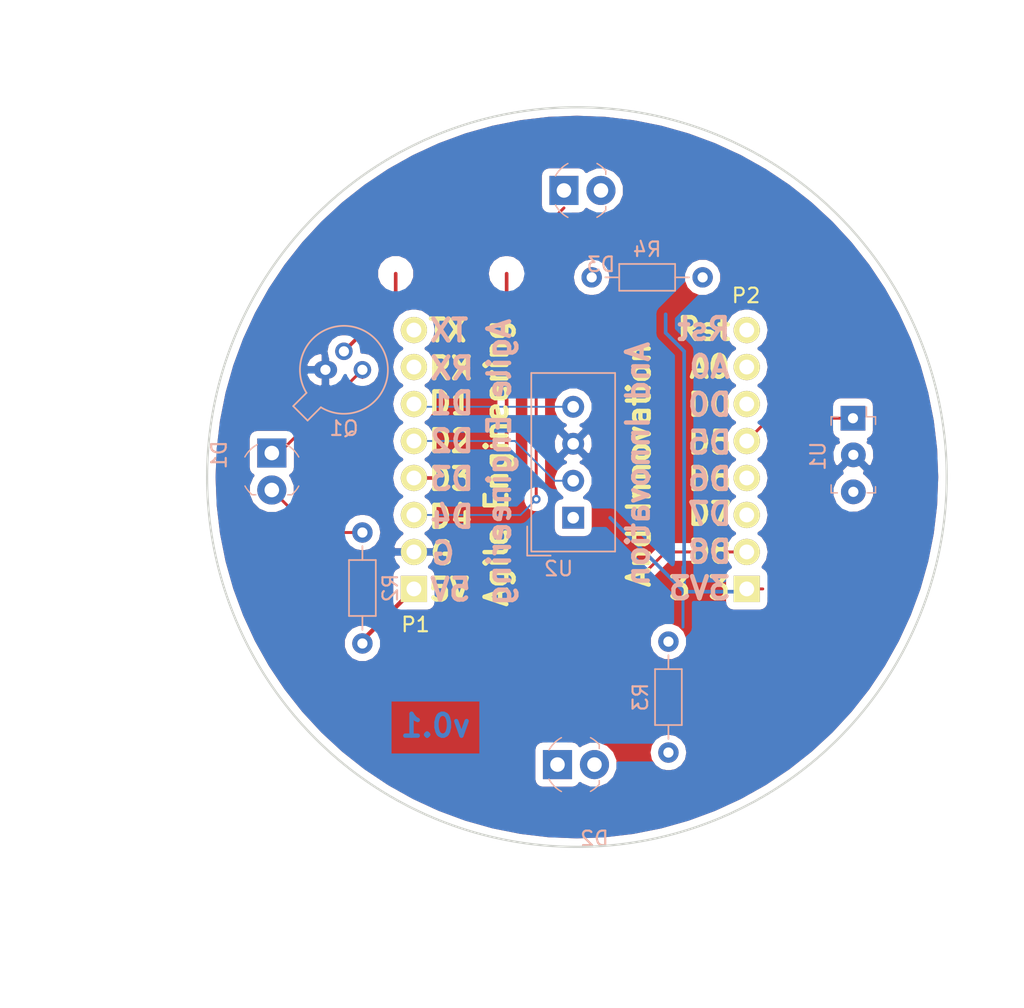
<source format=kicad_pcb>
(kicad_pcb (version 20171130) (host pcbnew 5.0.0+dfsg1-2)

  (general
    (thickness 1.6)
    (drawings 39)
    (tracks 37)
    (zones 0)
    (modules 11)
    (nets 22)
  )

  (page A4)
  (title_block
    (title CoinPCB)
    (date 2019-04-25)
    (rev v0.1)
    (comment 1 "Author: Matthew Keen")
    (comment 2 "License: CC BY-SA 4.0")
    (comment 3 creativecommons.org/licences/by/4.0/)
  )

  (layers
    (0 F.Cu signal hide)
    (31 B.Cu signal)
    (32 B.Adhes user)
    (33 F.Adhes user)
    (34 B.Paste user)
    (35 F.Paste user)
    (36 B.SilkS user)
    (37 F.SilkS user)
    (38 B.Mask user)
    (39 F.Mask user)
    (40 Dwgs.User user)
    (41 Cmts.User user)
    (42 Eco1.User user)
    (43 Eco2.User user)
    (44 Edge.Cuts user)
    (45 Margin user)
    (46 B.CrtYd user)
    (47 F.CrtYd user)
    (48 B.Fab user)
    (49 F.Fab user)
  )

  (setup
    (last_trace_width 0.127)
    (user_trace_width 0.15)
    (user_trace_width 0.2)
    (trace_clearance 0.127)
    (zone_clearance 0.508)
    (zone_45_only no)
    (trace_min 0.127)
    (segment_width 0.2)
    (edge_width 0.15)
    (via_size 0.6)
    (via_drill 0.3)
    (via_min_size 0.6)
    (via_min_drill 0.3)
    (user_via 0.6 0.3)
    (uvia_size 0.6)
    (uvia_drill 0.3)
    (uvias_allowed no)
    (uvia_min_size 0.2)
    (uvia_min_drill 0.1)
    (pcb_text_width 0.3)
    (pcb_text_size 1.5 1.5)
    (mod_edge_width 0.15)
    (mod_text_size 1 1)
    (mod_text_width 0.15)
    (pad_size 1.524 1.524)
    (pad_drill 0.762)
    (pad_to_mask_clearance 0.2)
    (solder_mask_min_width 0.25)
    (aux_axis_origin 0 0)
    (grid_origin 140.97 102.87)
    (visible_elements FFFFFF7F)
    (pcbplotparams
      (layerselection 0x012fc_ffffffff)
      (usegerberextensions false)
      (usegerberattributes true)
      (usegerberadvancedattributes false)
      (creategerberjobfile false)
      (excludeedgelayer false)
      (linewidth 0.150000)
      (plotframeref false)
      (viasonmask false)
      (mode 1)
      (useauxorigin true)
      (hpglpennumber 1)
      (hpglpenspeed 20)
      (hpglpendiameter 15.000000)
      (psnegative false)
      (psa4output false)
      (plotreference true)
      (plotvalue true)
      (plotinvisibletext false)
      (padsonsilk false)
      (subtractmaskfromsilk false)
      (outputformat 1)
      (mirror false)
      (drillshape 0)
      (scaleselection 1)
      (outputdirectory "../pics/coin_back"))
  )

  (net 0 "")
  (net 1 /D4)
  (net 2 /D3)
  (net 3 /D2)
  (net 4 /D1)
  (net 5 "Net-(D1-Pad2)")
  (net 6 "Net-(D1-Pad1)")
  (net 7 GND)
  (net 8 /RX)
  (net 9 /TX)
  (net 10 /D8)
  (net 11 /D7)
  (net 12 /D6)
  (net 13 /D5)
  (net 14 /D0)
  (net 15 /A0)
  (net 16 /RST)
  (net 17 VCC)
  (net 18 "Net-(D2-Pad1)")
  (net 19 "Net-(D3-Pad1)")
  (net 20 +3V3)
  (net 21 +5V)

  (net_class Default "This is the default net class."
    (clearance 0.127)
    (trace_width 0.127)
    (via_dia 0.6)
    (via_drill 0.3)
    (uvia_dia 0.6)
    (uvia_drill 0.3)
    (add_net +3V3)
    (add_net +5V)
    (add_net /A0)
    (add_net /D0)
    (add_net /D1)
    (add_net /D2)
    (add_net /D3)
    (add_net /D4)
    (add_net /D5)
    (add_net /D6)
    (add_net /D7)
    (add_net /D8)
    (add_net /RST)
    (add_net /RX)
    (add_net /TX)
    (add_net GND)
    (add_net "Net-(D1-Pad1)")
    (add_net "Net-(D1-Pad2)")
    (add_net "Net-(D2-Pad1)")
    (add_net "Net-(D3-Pad1)")
    (add_net VCC)
  )

  (module Resistor_THT:R_Axial_DIN0204_L3.6mm_D1.6mm_P7.62mm_Horizontal (layer B.Cu) (tedit 5AE5139B) (tstamp 5CE63933)
    (at 147.32 82.55 180)
    (descr "Resistor, Axial_DIN0204 series, Axial, Horizontal, pin pitch=7.62mm, 0.167W, length*diameter=3.6*1.6mm^2, http://cdn-reichelt.de/documents/datenblatt/B400/1_4W%23YAG.pdf")
    (tags "Resistor Axial_DIN0204 series Axial Horizontal pin pitch 7.62mm 0.167W length 3.6mm diameter 1.6mm")
    (path /5CBCE8B3)
    (fp_text reference R4 (at 3.81 1.92 180) (layer B.SilkS)
      (effects (font (size 1 1) (thickness 0.15)) (justify mirror))
    )
    (fp_text value 100 (at 3.81 -1.92 180) (layer B.Fab)
      (effects (font (size 1 1) (thickness 0.15)) (justify mirror))
    )
    (fp_text user %R (at 3.81 0 180) (layer B.Fab)
      (effects (font (size 0.72 0.72) (thickness 0.108)) (justify mirror))
    )
    (fp_line (start 8.57 1.05) (end -0.95 1.05) (layer B.CrtYd) (width 0.05))
    (fp_line (start 8.57 -1.05) (end 8.57 1.05) (layer B.CrtYd) (width 0.05))
    (fp_line (start -0.95 -1.05) (end 8.57 -1.05) (layer B.CrtYd) (width 0.05))
    (fp_line (start -0.95 1.05) (end -0.95 -1.05) (layer B.CrtYd) (width 0.05))
    (fp_line (start 6.68 0) (end 5.73 0) (layer B.SilkS) (width 0.12))
    (fp_line (start 0.94 0) (end 1.89 0) (layer B.SilkS) (width 0.12))
    (fp_line (start 5.73 0.92) (end 1.89 0.92) (layer B.SilkS) (width 0.12))
    (fp_line (start 5.73 -0.92) (end 5.73 0.92) (layer B.SilkS) (width 0.12))
    (fp_line (start 1.89 -0.92) (end 5.73 -0.92) (layer B.SilkS) (width 0.12))
    (fp_line (start 1.89 0.92) (end 1.89 -0.92) (layer B.SilkS) (width 0.12))
    (fp_line (start 7.62 0) (end 5.61 0) (layer B.Fab) (width 0.1))
    (fp_line (start 0 0) (end 2.01 0) (layer B.Fab) (width 0.1))
    (fp_line (start 5.61 0.8) (end 2.01 0.8) (layer B.Fab) (width 0.1))
    (fp_line (start 5.61 -0.8) (end 5.61 0.8) (layer B.Fab) (width 0.1))
    (fp_line (start 2.01 -0.8) (end 5.61 -0.8) (layer B.Fab) (width 0.1))
    (fp_line (start 2.01 0.8) (end 2.01 -0.8) (layer B.Fab) (width 0.1))
    (pad 2 thru_hole oval (at 7.62 0 180) (size 1.4 1.4) (drill 0.7) (layers *.Cu *.Mask)
      (net 7 GND))
    (pad 1 thru_hole circle (at 0 0 180) (size 1.4 1.4) (drill 0.7) (layers *.Cu *.Mask)
      (net 19 "Net-(D3-Pad1)"))
    (model ${KISYS3DMOD}/Resistor_THT.3dshapes/R_Axial_DIN0204_L3.6mm_D1.6mm_P7.62mm_Horizontal.wrl
      (at (xyz 0 0 0))
      (scale (xyz 1 1 1))
      (rotate (xyz 0 0 0))
    )
  )

  (module Resistor_THT:R_Axial_DIN0204_L3.6mm_D1.6mm_P7.62mm_Horizontal (layer B.Cu) (tedit 5AE5139B) (tstamp 5CE6391D)
    (at 144.9705 107.569 270)
    (descr "Resistor, Axial_DIN0204 series, Axial, Horizontal, pin pitch=7.62mm, 0.167W, length*diameter=3.6*1.6mm^2, http://cdn-reichelt.de/documents/datenblatt/B400/1_4W%23YAG.pdf")
    (tags "Resistor Axial_DIN0204 series Axial Horizontal pin pitch 7.62mm 0.167W length 3.6mm diameter 1.6mm")
    (path /5CBCDE03)
    (fp_text reference R3 (at 3.81 1.92 270) (layer B.SilkS)
      (effects (font (size 1 1) (thickness 0.15)) (justify mirror))
    )
    (fp_text value 100 (at 3.81 -1.92 270) (layer B.Fab)
      (effects (font (size 1 1) (thickness 0.15)) (justify mirror))
    )
    (fp_line (start 2.01 0.8) (end 2.01 -0.8) (layer B.Fab) (width 0.1))
    (fp_line (start 2.01 -0.8) (end 5.61 -0.8) (layer B.Fab) (width 0.1))
    (fp_line (start 5.61 -0.8) (end 5.61 0.8) (layer B.Fab) (width 0.1))
    (fp_line (start 5.61 0.8) (end 2.01 0.8) (layer B.Fab) (width 0.1))
    (fp_line (start 0 0) (end 2.01 0) (layer B.Fab) (width 0.1))
    (fp_line (start 7.62 0) (end 5.61 0) (layer B.Fab) (width 0.1))
    (fp_line (start 1.89 0.92) (end 1.89 -0.92) (layer B.SilkS) (width 0.12))
    (fp_line (start 1.89 -0.92) (end 5.73 -0.92) (layer B.SilkS) (width 0.12))
    (fp_line (start 5.73 -0.92) (end 5.73 0.92) (layer B.SilkS) (width 0.12))
    (fp_line (start 5.73 0.92) (end 1.89 0.92) (layer B.SilkS) (width 0.12))
    (fp_line (start 0.94 0) (end 1.89 0) (layer B.SilkS) (width 0.12))
    (fp_line (start 6.68 0) (end 5.73 0) (layer B.SilkS) (width 0.12))
    (fp_line (start -0.95 1.05) (end -0.95 -1.05) (layer B.CrtYd) (width 0.05))
    (fp_line (start -0.95 -1.05) (end 8.57 -1.05) (layer B.CrtYd) (width 0.05))
    (fp_line (start 8.57 -1.05) (end 8.57 1.05) (layer B.CrtYd) (width 0.05))
    (fp_line (start 8.57 1.05) (end -0.95 1.05) (layer B.CrtYd) (width 0.05))
    (fp_text user %R (at 3.81 0 270) (layer B.Fab)
      (effects (font (size 0.72 0.72) (thickness 0.108)) (justify mirror))
    )
    (pad 1 thru_hole circle (at 0 0 270) (size 1.4 1.4) (drill 0.7) (layers *.Cu *.Mask)
      (net 18 "Net-(D2-Pad1)"))
    (pad 2 thru_hole oval (at 7.62 0 270) (size 1.4 1.4) (drill 0.7) (layers *.Cu *.Mask)
      (net 7 GND))
    (model ${KISYS3DMOD}/Resistor_THT.3dshapes/R_Axial_DIN0204_L3.6mm_D1.6mm_P7.62mm_Horizontal.wrl
      (at (xyz 0 0 0))
      (scale (xyz 1 1 1))
      (rotate (xyz 0 0 0))
    )
  )

  (module Resistor_THT:R_Axial_DIN0204_L3.6mm_D1.6mm_P7.62mm_Horizontal (layer B.Cu) (tedit 5AE5139B) (tstamp 5CE63907)
    (at 123.952 107.696 90)
    (descr "Resistor, Axial_DIN0204 series, Axial, Horizontal, pin pitch=7.62mm, 0.167W, length*diameter=3.6*1.6mm^2, http://cdn-reichelt.de/documents/datenblatt/B400/1_4W%23YAG.pdf")
    (tags "Resistor Axial_DIN0204 series Axial Horizontal pin pitch 7.62mm 0.167W length 3.6mm diameter 1.6mm")
    (path /5CBCAB0F)
    (fp_text reference R2 (at 3.81 1.92 90) (layer B.SilkS)
      (effects (font (size 1 1) (thickness 0.15)) (justify mirror))
    )
    (fp_text value 100 (at 3.81 -1.92 90) (layer B.Fab)
      (effects (font (size 1 1) (thickness 0.15)) (justify mirror))
    )
    (fp_text user %R (at 3.81 0 90) (layer B.Fab)
      (effects (font (size 0.72 0.72) (thickness 0.108)) (justify mirror))
    )
    (fp_line (start 8.57 1.05) (end -0.95 1.05) (layer B.CrtYd) (width 0.05))
    (fp_line (start 8.57 -1.05) (end 8.57 1.05) (layer B.CrtYd) (width 0.05))
    (fp_line (start -0.95 -1.05) (end 8.57 -1.05) (layer B.CrtYd) (width 0.05))
    (fp_line (start -0.95 1.05) (end -0.95 -1.05) (layer B.CrtYd) (width 0.05))
    (fp_line (start 6.68 0) (end 5.73 0) (layer B.SilkS) (width 0.12))
    (fp_line (start 0.94 0) (end 1.89 0) (layer B.SilkS) (width 0.12))
    (fp_line (start 5.73 0.92) (end 1.89 0.92) (layer B.SilkS) (width 0.12))
    (fp_line (start 5.73 -0.92) (end 5.73 0.92) (layer B.SilkS) (width 0.12))
    (fp_line (start 1.89 -0.92) (end 5.73 -0.92) (layer B.SilkS) (width 0.12))
    (fp_line (start 1.89 0.92) (end 1.89 -0.92) (layer B.SilkS) (width 0.12))
    (fp_line (start 7.62 0) (end 5.61 0) (layer B.Fab) (width 0.1))
    (fp_line (start 0 0) (end 2.01 0) (layer B.Fab) (width 0.1))
    (fp_line (start 5.61 0.8) (end 2.01 0.8) (layer B.Fab) (width 0.1))
    (fp_line (start 5.61 -0.8) (end 5.61 0.8) (layer B.Fab) (width 0.1))
    (fp_line (start 2.01 -0.8) (end 5.61 -0.8) (layer B.Fab) (width 0.1))
    (fp_line (start 2.01 0.8) (end 2.01 -0.8) (layer B.Fab) (width 0.1))
    (pad 2 thru_hole oval (at 7.62 0 90) (size 1.4 1.4) (drill 0.7) (layers *.Cu *.Mask)
      (net 5 "Net-(D1-Pad2)"))
    (pad 1 thru_hole circle (at 0 0 90) (size 1.4 1.4) (drill 0.7) (layers *.Cu *.Mask)
      (net 21 +5V))
    (model ${KISYS3DMOD}/Resistor_THT.3dshapes/R_Axial_DIN0204_L3.6mm_D1.6mm_P7.62mm_Horizontal.wrl
      (at (xyz 0 0 0))
      (scale (xyz 1 1 1))
      (rotate (xyz 0 0 0))
    )
  )

  (module Package_TO_SOT_THT:TO-18-3 (layer B.Cu) (tedit 5A02FF81) (tstamp 5CE6293E)
    (at 121.412 88.9)
    (descr TO-18-3)
    (tags TO-18-3)
    (path /5CBCA203)
    (fp_text reference Q1 (at 1.27 4.02) (layer B.SilkS)
      (effects (font (size 1 1) (thickness 0.15)) (justify mirror))
    )
    (fp_text value 2N2222A (at 1.27 -4.02) (layer B.Fab)
      (effects (font (size 1 1) (thickness 0.15)) (justify mirror))
    )
    (fp_text user %R (at 1.27 4.02) (layer B.Fab)
      (effects (font (size 1 1) (thickness 0.15)) (justify mirror))
    )
    (fp_line (start -0.329057 2.419301) (end -1.156372 3.246616) (layer B.Fab) (width 0.1))
    (fp_line (start -1.156372 3.246616) (end -1.976616 2.426372) (layer B.Fab) (width 0.1))
    (fp_line (start -1.976616 2.426372) (end -1.149301 1.599057) (layer B.Fab) (width 0.1))
    (fp_line (start -0.312331 2.572281) (end -1.224499 3.484448) (layer B.SilkS) (width 0.12))
    (fp_line (start -1.224499 3.484448) (end -2.214448 2.494499) (layer B.SilkS) (width 0.12))
    (fp_line (start -2.214448 2.494499) (end -1.302281 1.582331) (layer B.SilkS) (width 0.12))
    (fp_line (start -2.23 3.5) (end -2.23 -3.15) (layer B.CrtYd) (width 0.05))
    (fp_line (start -2.23 -3.15) (end 4.42 -3.15) (layer B.CrtYd) (width 0.05))
    (fp_line (start 4.42 -3.15) (end 4.42 3.5) (layer B.CrtYd) (width 0.05))
    (fp_line (start 4.42 3.5) (end -2.23 3.5) (layer B.CrtYd) (width 0.05))
    (fp_circle (center 1.27 0) (end 3.67 0) (layer B.Fab) (width 0.1))
    (fp_arc (start 1.27 0) (end -0.329057 2.419301) (angle -336.9) (layer B.Fab) (width 0.1))
    (fp_arc (start 1.27 0) (end -0.312331 2.572281) (angle -333.2) (layer B.SilkS) (width 0.12))
    (pad 1 thru_hole oval (at 0 0) (size 1.6 1.2) (drill 0.7) (layers *.Cu *.Mask)
      (net 7 GND))
    (pad 2 thru_hole oval (at 1.27 -1.27) (size 1.2 1.2) (drill 0.7) (layers *.Cu *.Mask)
      (net 2 /D3))
    (pad 3 thru_hole oval (at 2.54 0) (size 1.2 1.2) (drill 0.7) (layers *.Cu *.Mask)
      (net 6 "Net-(D1-Pad1)"))
    (model ${KISYS3DMOD}/Package_TO_SOT_THT.3dshapes/TO-18-3.wrl
      (at (xyz 0 0 0))
      (scale (xyz 1 1 1))
      (rotate (xyz 0 0 0))
    )
  )

  (module digikey-footprints:LED_3mm_Radial (layer B.Cu) (tedit 5B1990B7) (tstamp 5CE63BCC)
    (at 140.335 76.581)
    (descr http://optoelectronics.liteon.com/upload/download/DS20-2000-343/1CHKxKNN.pdf)
    (path /5CBCE91D)
    (fp_text reference D3 (at 0 5.08) (layer B.SilkS)
      (effects (font (size 1 1) (thickness 0.15)) (justify mirror))
    )
    (fp_text value LED (at 0 -5.08) (layer B.Fab)
      (effects (font (size 1 1) (thickness 0.15)) (justify mirror))
    )
    (fp_text user %R (at 2.54 0.889) (layer B.Fab)
      (effects (font (size 0.75 0.75) (thickness 0.1)) (justify mirror))
    )
    (fp_arc (start -1.27 0) (end 0.23 1.3) (angle 278.1712365) (layer B.Fab) (width 0.1))
    (fp_line (start 0.23 1.3) (end 0.23 -1.3) (layer B.Fab) (width 0.1))
    (fp_arc (start -1.27 0) (end 0.33 1.35) (angle 21.45098095) (layer B.SilkS) (width 0.1))
    (fp_arc (start -1.27 0) (end -0.27 -1.85) (angle 21.45098095) (layer B.SilkS) (width 0.1))
    (fp_arc (start -1.27 0) (end -2.27 1.85) (angle 33.21396116) (layer B.SilkS) (width 0.1))
    (fp_arc (start -1.27 0) (end -3.12 -1) (angle 33.21396116) (layer B.SilkS) (width 0.1))
    (fp_line (start 0.33 -1.35) (end 0.33 -1.1) (layer B.SilkS) (width 0.1))
    (fp_line (start 0.33 1.35) (end 0.33 1.1) (layer B.SilkS) (width 0.1))
    (fp_circle (center -1.27 0) (end 1.38 0) (layer B.CrtYd) (width 0.05))
    (pad 1 thru_hole rect (at -2.54 0) (size 2 2) (drill 1) (layers *.Cu *.Mask)
      (net 19 "Net-(D3-Pad1)"))
    (pad 2 thru_hole circle (at 0 0) (size 2 2) (drill 1) (layers *.Cu *.Mask)
      (net 1 /D4))
  )

  (module digikey-footprints:LED_3mm_Radial (layer B.Cu) (tedit 5B1990B7) (tstamp 5CE62886)
    (at 139.8905 116.0145)
    (descr http://optoelectronics.liteon.com/upload/download/DS20-2000-343/1CHKxKNN.pdf)
    (path /5CBCDE5F)
    (fp_text reference D2 (at 0 5.08) (layer B.SilkS)
      (effects (font (size 1 1) (thickness 0.15)) (justify mirror))
    )
    (fp_text value LED (at 0 -5.08) (layer B.Fab)
      (effects (font (size 1 1) (thickness 0.15)) (justify mirror))
    )
    (fp_circle (center -1.27 0) (end 1.38 0) (layer B.CrtYd) (width 0.05))
    (fp_line (start 0.33 1.35) (end 0.33 1.1) (layer B.SilkS) (width 0.1))
    (fp_line (start 0.33 -1.35) (end 0.33 -1.1) (layer B.SilkS) (width 0.1))
    (fp_arc (start -1.27 0) (end -3.12 -1) (angle 33.21396116) (layer B.SilkS) (width 0.1))
    (fp_arc (start -1.27 0) (end -2.27 1.85) (angle 33.21396116) (layer B.SilkS) (width 0.1))
    (fp_arc (start -1.27 0) (end -0.27 -1.85) (angle 21.45098095) (layer B.SilkS) (width 0.1))
    (fp_arc (start -1.27 0) (end 0.33 1.35) (angle 21.45098095) (layer B.SilkS) (width 0.1))
    (fp_line (start 0.23 1.3) (end 0.23 -1.3) (layer B.Fab) (width 0.1))
    (fp_arc (start -1.27 0) (end 0.23 1.3) (angle 278.1712365) (layer B.Fab) (width 0.1))
    (fp_text user %R (at -1.27 0) (layer B.Fab)
      (effects (font (size 0.75 0.75) (thickness 0.1)) (justify mirror))
    )
    (pad 2 thru_hole circle (at 0 0) (size 2 2) (drill 1) (layers *.Cu *.Mask)
      (net 10 /D8))
    (pad 1 thru_hole rect (at -2.54 0) (size 2 2) (drill 1) (layers *.Cu *.Mask)
      (net 18 "Net-(D2-Pad1)"))
  )

  (module Sensor:Aosong_DHT11_5.5x12.0_P2.54mm (layer B.Cu) (tedit 5C4B60CF) (tstamp 5CCDECCC)
    (at 138.43 99.06)
    (descr "Temperature and humidity module, http://akizukidenshi.com/download/ds/aosong/DHT11.pdf")
    (tags "Temperature and humidity module")
    (path /5CBCDBB4)
    (fp_text reference U2 (at -1 3.5) (layer B.SilkS)
      (effects (font (size 1 1) (thickness 0.15)) (justify mirror))
    )
    (fp_text value DHT12 (at 0 -11.3) (layer B.Fab)
      (effects (font (size 1 1) (thickness 0.15)) (justify mirror))
    )
    (fp_line (start -3.16 2.6) (end -1.55 2.6) (layer B.SilkS) (width 0.12))
    (fp_line (start -3.16 2.6) (end -3.16 0.6) (layer B.SilkS) (width 0.12))
    (fp_line (start -2.75 1.19) (end -1.75 2.19) (layer B.Fab) (width 0.1))
    (fp_line (start -3 -10.06) (end -3 2.44) (layer B.CrtYd) (width 0.05))
    (fp_line (start 3 -10.06) (end -3 -10.06) (layer B.CrtYd) (width 0.05))
    (fp_line (start 3 2.44) (end 3 -10.06) (layer B.CrtYd) (width 0.05))
    (fp_line (start -3 2.44) (end 3 2.44) (layer B.CrtYd) (width 0.05))
    (fp_text user %R (at 0 -3.81) (layer B.Fab)
      (effects (font (size 1 1) (thickness 0.15)) (justify mirror))
    )
    (fp_line (start -2.88 -9.94) (end -2.88 2.31) (layer B.SilkS) (width 0.12))
    (fp_line (start 2.88 -9.94) (end -2.88 -9.94) (layer B.SilkS) (width 0.12))
    (fp_line (start 2.88 2.32) (end 2.88 -9.94) (layer B.SilkS) (width 0.12))
    (fp_line (start -2.87 2.32) (end 2.87 2.32) (layer B.SilkS) (width 0.12))
    (fp_line (start -2.75 1.19) (end -2.75 -9.81) (layer B.Fab) (width 0.1))
    (fp_line (start 2.75 -9.81) (end -2.75 -9.81) (layer B.Fab) (width 0.1))
    (fp_line (start 2.75 2.19) (end 2.75 -9.81) (layer B.Fab) (width 0.1))
    (fp_line (start -1.75 2.19) (end 2.75 2.19) (layer B.Fab) (width 0.1))
    (pad 4 thru_hole circle (at 0 -7.62) (size 1.5 1.5) (drill 0.8) (layers *.Cu *.Mask)
      (net 4 /D1))
    (pad 3 thru_hole circle (at 0 -5.08) (size 1.5 1.5) (drill 0.8) (layers *.Cu *.Mask)
      (net 7 GND))
    (pad 2 thru_hole circle (at 0 -2.54) (size 1.5 1.5) (drill 0.8) (layers *.Cu *.Mask)
      (net 3 /D2))
    (pad 1 thru_hole rect (at 0 0) (size 1.5 1.5) (drill 0.8) (layers *.Cu *.Mask)
      (net 20 +3V3))
    (model ${KISYS3DMOD}/Sensor.3dshapes/Aosong_DHT11_5.5x12.0_P2.54mm.wrl
      (at (xyz 0 0 0))
      (scale (xyz 1 1 1))
      (rotate (xyz 0 0 0))
    )
  )

  (module D1_mini:D1_mini_Pin_Header (layer F.Cu) (tedit 5766A5B6) (tstamp 5766A936)
    (at 127.49 103.95 180)
    (descr "Through hole pin header")
    (tags "pin header")
    (path /5763EB78)
    (fp_text reference P1 (at -0.11 -2.45 180) (layer F.SilkS)
      (effects (font (size 1 1) (thickness 0.15)))
    )
    (fp_text value CONN_01X08 (at 0 -3.1 180) (layer F.Fab) hide
      (effects (font (size 1 1) (thickness 0.15)))
    )
    (fp_line (start -1.75 19.55) (end 1.75 19.55) (layer F.CrtYd) (width 0.05))
    (fp_line (start -1.75 -1.75) (end 1.75 -1.75) (layer F.CrtYd) (width 0.05))
    (fp_line (start 1.75 -1.75) (end 1.75 19.55) (layer F.CrtYd) (width 0.05))
    (fp_line (start -1.75 -1.75) (end -1.75 19.55) (layer F.CrtYd) (width 0.05))
    (pad 8 thru_hole oval (at 0 17.78 180) (size 1.8 1.8) (drill 1.016) (layers *.Cu *.Mask F.SilkS)
      (net 9 /TX))
    (pad 7 thru_hole oval (at 0 15.24 180) (size 1.8 1.8) (drill 1.016) (layers *.Cu *.Mask F.SilkS)
      (net 8 /RX))
    (pad 6 thru_hole oval (at 0 12.7 180) (size 1.8 1.8) (drill 1.016) (layers *.Cu *.Mask F.SilkS)
      (net 4 /D1))
    (pad 5 thru_hole oval (at 0 10.16 180) (size 1.8 1.8) (drill 1.016) (layers *.Cu *.Mask F.SilkS)
      (net 3 /D2))
    (pad 4 thru_hole oval (at 0 7.62 180) (size 1.8 1.8) (drill 1.016) (layers *.Cu *.Mask F.SilkS)
      (net 2 /D3))
    (pad 3 thru_hole oval (at 0 5.08 180) (size 1.8 1.8) (drill 1.016) (layers *.Cu *.Mask F.SilkS)
      (net 1 /D4))
    (pad 2 thru_hole oval (at 0 2.54 180) (size 1.8 1.8) (drill 1.016) (layers *.Cu *.Mask F.SilkS)
      (net 7 GND))
    (pad 1 thru_hole rect (at 0 0 180) (size 1.8 1.8) (drill 1.016) (layers *.Cu *.Mask F.SilkS)
      (net 21 +5V))
    (model Pin_Headers.3dshapes/Pin_Header_Straight_1x08.wrl
      (offset (xyz 0 -8.889999866485596 0))
      (scale (xyz 1 1 1))
      (rotate (xyz 0 0 90))
    )
  )

  (module D1_mini:D1_mini_Pin_Header (layer F.Cu) (tedit 5766A5B6) (tstamp 5766A941)
    (at 150.35 103.95 180)
    (descr "Through hole pin header")
    (tags "pin header")
    (path /5763EBF2)
    (fp_text reference P2 (at 0.05 20.15 180) (layer F.SilkS)
      (effects (font (size 1 1) (thickness 0.15)))
    )
    (fp_text value CONN_01X08 (at 0 -3.1 180) (layer F.Fab) hide
      (effects (font (size 1 1) (thickness 0.15)))
    )
    (fp_line (start -1.75 19.55) (end 1.75 19.55) (layer F.CrtYd) (width 0.05))
    (fp_line (start -1.75 -1.75) (end 1.75 -1.75) (layer F.CrtYd) (width 0.05))
    (fp_line (start 1.75 -1.75) (end 1.75 19.55) (layer F.CrtYd) (width 0.05))
    (fp_line (start -1.75 -1.75) (end -1.75 19.55) (layer F.CrtYd) (width 0.05))
    (pad 8 thru_hole oval (at 0 17.78 180) (size 1.8 1.8) (drill 1.016) (layers *.Cu *.Mask F.SilkS)
      (net 16 /RST))
    (pad 7 thru_hole oval (at 0 15.24 180) (size 1.8 1.8) (drill 1.016) (layers *.Cu *.Mask F.SilkS)
      (net 15 /A0))
    (pad 6 thru_hole oval (at 0 12.7 180) (size 1.8 1.8) (drill 1.016) (layers *.Cu *.Mask F.SilkS)
      (net 14 /D0))
    (pad 5 thru_hole oval (at 0 10.16 180) (size 1.8 1.8) (drill 1.016) (layers *.Cu *.Mask F.SilkS)
      (net 13 /D5))
    (pad 4 thru_hole oval (at 0 7.62 180) (size 1.8 1.8) (drill 1.016) (layers *.Cu *.Mask F.SilkS)
      (net 12 /D6))
    (pad 3 thru_hole oval (at 0 5.08 180) (size 1.8 1.8) (drill 1.016) (layers *.Cu *.Mask F.SilkS)
      (net 11 /D7))
    (pad 2 thru_hole oval (at 0 2.54 180) (size 1.8 1.8) (drill 1.016) (layers *.Cu *.Mask F.SilkS)
      (net 10 /D8))
    (pad 1 thru_hole rect (at 0 0 180) (size 1.8 1.8) (drill 1.016) (layers *.Cu *.Mask F.SilkS)
      (net 17 VCC))
    (model Pin_Headers.3dshapes/Pin_Header_Straight_1x08.wrl
      (offset (xyz 0 -8.889999866485596 0))
      (scale (xyz 1 1 1))
      (rotate (xyz 0 0 90))
    )
  )

  (module digikey-footprints:LED_3mm_Radial (layer B.Cu) (tedit 5CC1346D) (tstamp 5CBCA566)
    (at 117.729 97.155 270)
    (descr http://optoelectronics.liteon.com/upload/download/DS20-2000-343/1CHKxKNN.pdf)
    (path /5CBCA17E)
    (fp_text reference D1 (at -2.413 3.6195 270) (layer B.SilkS)
      (effects (font (size 1 1) (thickness 0.15)) (justify mirror))
    )
    (fp_text value LED (at 0 -5.08 270) (layer B.Fab)
      (effects (font (size 1 1) (thickness 0.15)) (justify mirror))
    )
    (fp_text user %R (at -1.27 0 270) (layer B.Fab)
      (effects (font (size 0.75 0.75) (thickness 0.1)) (justify mirror))
    )
    (fp_arc (start -1.27 0) (end 0.23 1.3) (angle 278.1712365) (layer B.Fab) (width 0.1))
    (fp_line (start 0.23 1.3) (end 0.23 -1.3) (layer B.Fab) (width 0.1))
    (fp_arc (start -1.27 0) (end 0.33 1.35) (angle 21.45098095) (layer B.SilkS) (width 0.1))
    (fp_arc (start -1.27 0) (end -0.27 -1.85) (angle 21.45098095) (layer B.SilkS) (width 0.1))
    (fp_arc (start -1.27 0) (end -2.27 1.85) (angle 33.21396116) (layer B.SilkS) (width 0.1))
    (fp_arc (start -1.27 0) (end -3.12 -1) (angle 33.21396116) (layer B.SilkS) (width 0.1))
    (fp_line (start 0.33 -1.35) (end 0.33 -1.1) (layer B.SilkS) (width 0.1))
    (fp_line (start 0.33 1.35) (end 0.33 1.1) (layer B.SilkS) (width 0.1))
    (fp_circle (center -1.27 0) (end 1.38 0) (layer B.CrtYd) (width 0.05))
    (pad 1 thru_hole rect (at -2.54 0 270) (size 2 2) (drill 1) (layers *.Cu *.Mask)
      (net 6 "Net-(D1-Pad1)"))
    (pad 2 thru_hole circle (at 0 0 270) (size 2 2) (drill 1) (layers *.Cu *.Mask)
      (net 5 "Net-(D1-Pad2)"))
  )

  (module digikey-footprints:IR_Receiver_TSOP38238 (layer B.Cu) (tedit 5CBFE709) (tstamp 5CBCA580)
    (at 157.6705 92.202 270)
    (path /5CBCA06F)
    (fp_text reference U1 (at 2.625 2.425 270) (layer B.SilkS)
      (effects (font (size 1 1) (thickness 0.15)) (justify mirror))
    )
    (fp_text value TSOP38238 (at 11.6205 -5.969 270) (layer B.Fab)
      (effects (font (size 1 1) (thickness 0.15)) (justify mirror))
    )
    (fp_line (start 0.04 -1.4) (end 0.04 1.4) (layer B.Fab) (width 0.1))
    (fp_line (start 5.04 1.4) (end 5.04 -1.4) (layer B.Fab) (width 0.1))
    (fp_line (start 0.04 1.4) (end 5.04 1.4) (layer B.Fab) (width 0.1))
    (fp_line (start 0.04 -1.4) (end 5.04 -1.4) (layer B.Fab) (width 0.1))
    (fp_arc (start 2.54 -1.425) (end 2.55 -3.41) (angle -90) (layer B.Fab) (width 0.1))
    (fp_arc (start 2.54 -1.4) (end 4.55 -1.4) (angle -90) (layer B.Fab) (width 0.1))
    (fp_line (start 5.15 1.525) (end 5.15 1.1) (layer B.SilkS) (width 0.1))
    (fp_line (start 4.6 1.525) (end 5.15 1.525) (layer B.SilkS) (width 0.1))
    (fp_line (start -0.075 1.525) (end -0.075 1.05) (layer B.SilkS) (width 0.1))
    (fp_line (start 0.5 1.525) (end -0.075 1.525) (layer B.SilkS) (width 0.1))
    (fp_line (start 5.15 -1.525) (end 4.725 -1.525) (layer B.SilkS) (width 0.1))
    (fp_line (start 5.15 -0.95) (end 5.15 -1.525) (layer B.SilkS) (width 0.1))
    (fp_line (start -0.075 -0.9) (end -0.75 -0.9) (layer B.SilkS) (width 0.1))
    (fp_line (start -0.075 -1.525) (end -0.075 -0.9) (layer B.SilkS) (width 0.1))
    (fp_line (start 0.45 -1.525) (end -0.075 -1.525) (layer B.SilkS) (width 0.1))
    (fp_text user %R (at 2.7 -2.2 270) (layer B.Fab)
      (effects (font (size 0.5 0.5) (thickness 0.075)) (justify mirror))
    )
    (fp_line (start -1.075 1.7) (end 5.925 1.7) (layer B.CrtYd) (width 0.05))
    (fp_line (start 5.925 1.7) (end 5.925 -3.7) (layer B.CrtYd) (width 0.05))
    (fp_line (start 5.925 -3.7) (end -1.075 -3.7) (layer B.CrtYd) (width 0.05))
    (fp_line (start -1.075 1.7) (end -1.075 -3.7) (layer B.CrtYd) (width 0.05))
    (pad 3 thru_hole circle (at 5.08 0 270) (size 1.7 1.7) (drill 0.7) (layers *.Cu *.Mask)
      (net 20 +3V3))
    (pad 2 thru_hole circle (at 2.54 0 270) (size 1.7 1.7) (drill 0.7) (layers *.Cu *.Mask)
      (net 7 GND))
    (pad 1 thru_hole rect (at 0.025 0.025 270) (size 1.7 1.7) (drill 0.7) (layers *.Cu *.Mask)
      (net 13 /D5))
  )

  (gr_text v0.1 (at 128.9685 113.3475) (layer B.Cu)
    (effects (font (size 1.5 1.5) (thickness 0.3)) (justify mirror))
  )
  (gr_text "And Innovation\n" (at 142.875 95.377 90) (layer B.SilkS)
    (effects (font (size 1.5 1.5) (thickness 0.3)) (justify mirror))
  )
  (gr_text "Agile Engineering" (at 133.1595 95.3135 90) (layer F.SilkS)
    (effects (font (size 1.5 1.5) (thickness 0.3)))
  )
  (gr_text "And Innovation" (at 142.9385 95.4405 90) (layer F.SilkS) (tstamp 5CBFF82E)
    (effects (font (size 1.5 1.5) (thickness 0.3)))
  )
  (gr_text "Agile Engineering" (at 133.35 95.25 90) (layer B.SilkS)
    (effects (font (size 1.5 1.5) (thickness 0.3)) (justify mirror))
  )
  (gr_circle (center 138.684 96.266) (end 164.084 96.266) (layer Edge.Cuts) (width 0.15))
  (gr_text 3V3 (at 147.1 103.9) (layer B.SilkS) (tstamp 5766AD4B)
    (effects (font (size 1.5 1.5) (thickness 0.3)) (justify mirror))
  )
  (gr_text D8 (at 147.8 101.4) (layer B.SilkS) (tstamp 5766AD4A)
    (effects (font (size 1.5 1.5) (thickness 0.3)) (justify mirror))
  )
  (gr_text D7 (at 147.8 98.8) (layer B.SilkS) (tstamp 5766AD49)
    (effects (font (size 1.5 1.5) (thickness 0.3)) (justify mirror))
  )
  (gr_text D6 (at 147.8 96.4) (layer B.SilkS) (tstamp 5766AD48)
    (effects (font (size 1.5 1.5) (thickness 0.3)) (justify mirror))
  )
  (gr_text D5 (at 147.8 93.9) (layer B.SilkS) (tstamp 5766AD47)
    (effects (font (size 1.5 1.5) (thickness 0.3)) (justify mirror))
  )
  (gr_text D0 (at 147.8 91.3) (layer B.SilkS) (tstamp 5766AD46)
    (effects (font (size 1.5 1.5) (thickness 0.3)) (justify mirror))
  )
  (gr_text A0 (at 147.8 88.7) (layer B.SilkS) (tstamp 5766AD45)
    (effects (font (size 1.5 1.5) (thickness 0.3)) (justify mirror))
  )
  (gr_text Rst (at 147.4 86.1) (layer B.SilkS) (tstamp 5766AD44)
    (effects (font (size 1.5 1.5) (thickness 0.3)) (justify mirror))
  )
  (gr_text 5V (at 130 104) (layer B.SilkS) (tstamp 5766AD01)
    (effects (font (size 1.5 1.5) (thickness 0.3)) (justify mirror))
  )
  (gr_text G (at 129.5 101.5) (layer B.SilkS) (tstamp 5766AD00)
    (effects (font (size 1.5 1.5) (thickness 0.3)) (justify mirror))
  )
  (gr_text D4 (at 130.1 99) (layer B.SilkS) (tstamp 5766ACFF)
    (effects (font (size 1.5 1.5) (thickness 0.3)) (justify mirror))
  )
  (gr_text D3 (at 130.1 96.4) (layer B.SilkS) (tstamp 5766ACFE)
    (effects (font (size 1.5 1.5) (thickness 0.3)) (justify mirror))
  )
  (gr_text D2 (at 130.1 93.8) (layer B.SilkS) (tstamp 5766ACFD)
    (effects (font (size 1.5 1.5) (thickness 0.3)) (justify mirror))
  )
  (gr_text D1 (at 130.1 91.2) (layer B.SilkS) (tstamp 5766ACFC)
    (effects (font (size 1.5 1.5) (thickness 0.3)) (justify mirror))
  )
  (gr_text RX (at 130.1 88.8) (layer B.SilkS) (tstamp 5766ACFB)
    (effects (font (size 1.5 1.5) (thickness 0.3)) (justify mirror))
  )
  (gr_text TX (at 129.9 86.2) (layer B.SilkS) (tstamp 5766ACFA)
    (effects (font (size 1.5 1.5) (thickness 0.3)) (justify mirror))
  )
  (gr_text Rst (at 147.4 86.1) (layer F.SilkS)
    (effects (font (size 1.5 1.5) (thickness 0.3)))
  )
  (gr_text A0 (at 147.8 88.7) (layer F.SilkS)
    (effects (font (size 1.5 1.5) (thickness 0.3)))
  )
  (gr_text D0 (at 147.8 91.3) (layer F.SilkS)
    (effects (font (size 1.5 1.5) (thickness 0.3)))
  )
  (gr_text D5 (at 147.8 93.9) (layer F.SilkS)
    (effects (font (size 1.5 1.5) (thickness 0.3)))
  )
  (gr_text D6 (at 147.8 96.4) (layer F.SilkS)
    (effects (font (size 1.5 1.5) (thickness 0.3)))
  )
  (gr_text D7 (at 147.8 98.8) (layer F.SilkS)
    (effects (font (size 1.5 1.5) (thickness 0.3)))
  )
  (gr_text D8 (at 147.8 101.4) (layer F.SilkS)
    (effects (font (size 1.5 1.5) (thickness 0.3)))
  )
  (gr_text 3V3 (at 147.1 103.9) (layer F.SilkS)
    (effects (font (size 1.5 1.5) (thickness 0.3)))
  )
  (gr_text TX (at 129.8 86.2) (layer F.SilkS)
    (effects (font (size 1.5 1.5) (thickness 0.3)))
  )
  (gr_text RX (at 130 88.8) (layer F.SilkS)
    (effects (font (size 1.5 1.5) (thickness 0.3)))
  )
  (gr_text D1 (at 130 91.2) (layer F.SilkS)
    (effects (font (size 1.5 1.5) (thickness 0.3)))
  )
  (gr_text D2 (at 130 93.8) (layer F.SilkS)
    (effects (font (size 1.5 1.5) (thickness 0.3)))
  )
  (gr_text D3 (at 130 96.4) (layer F.SilkS)
    (effects (font (size 1.5 1.5) (thickness 0.3)))
  )
  (gr_text D4 (at 130 99) (layer F.SilkS)
    (effects (font (size 1.5 1.5) (thickness 0.3)))
  )
  (gr_text G (at 129.4 101.5) (layer F.SilkS)
    (effects (font (size 1.5 1.5) (thickness 0.3)))
  )
  (gr_text 5V (at 129.9 104) (layer F.SilkS)
    (effects (font (size 1.5 1.5) (thickness 0.3)))
  )
  (gr_line (start 142.989931 112.555188) (end 135.85035 112.555188) (layer Dwgs.User) (width 0.1))

  (segment (start 123.952 107.696) (end 123.952 107.488) (width 0.25) (layer F.Cu) (net 21) (status 30))
  (segment (start 123.952 107.488) (end 127.49 103.95) (width 0.3) (layer F.Cu) (net 21) (tstamp 5CBCB9C2) (status 30))
  (segment (start 134.81 98.87) (end 135.89 97.79) (width 0.127) (layer B.Cu) (net 1))
  (via (at 135.89 97.79) (size 0.6) (drill 0.3) (layers F.Cu B.Cu) (net 1))
  (segment (start 127.49 98.87) (end 134.81 98.87) (width 0.127) (layer B.Cu) (net 1) (status 10))
  (segment (start 135.89 97.365736) (end 135.89 97.79) (width 0.2) (layer F.Cu) (net 1))
  (segment (start 135.89 79.686) (end 135.89 97.365736) (width 0.2) (layer F.Cu) (net 1))
  (segment (start 137.795 77.781) (end 135.89 79.686) (width 0.2) (layer F.Cu) (net 1))
  (segment (start 133.858 82.296) (end 133.858 94.742) (width 0.25) (layer F.Cu) (net 2))
  (segment (start 132.27 96.33) (end 127.49 96.33) (width 0.25) (layer F.Cu) (net 2) (tstamp 5CBCB993) (status 20))
  (segment (start 133.858 94.742) (end 132.27 96.33) (width 0.25) (layer F.Cu) (net 2) (tstamp 5CBCB98E))
  (segment (start 137.16 96.52) (end 134.43 93.79) (width 0.127) (layer B.Cu) (net 3))
  (segment (start 134.43 93.79) (end 127.49 93.79) (width 0.127) (layer B.Cu) (net 3) (status 20))
  (segment (start 138.43 96.52) (end 137.16 96.52) (width 0.127) (layer B.Cu) (net 3) (status 10))
  (segment (start 127.68 91.44) (end 127.49 91.25) (width 0.127) (layer B.Cu) (net 4) (status 30))
  (segment (start 138.43 91.44) (end 127.68 91.44) (width 0.127) (layer B.Cu) (net 4) (status 30))
  (segment (start 120.65 100.076) (end 117.729 97.155) (width 0.2) (layer F.Cu) (net 5) (status 20))
  (segment (start 123.952 100.076) (end 120.65 100.076) (width 0.2) (layer F.Cu) (net 5) (status 10))
  (segment (start 123.952 88.9) (end 123.952 89.408) (width 0.25) (layer F.Cu) (net 6) (status 30))
  (segment (start 118.237 94.615) (end 117.729 94.615) (width 0.2) (layer F.Cu) (net 6) (status 30))
  (segment (start 123.952 88.9) (end 118.237 94.615) (width 0.2) (layer F.Cu) (net 6) (status 30))
  (segment (start 126.238 82.296) (end 126.238 84.074) (width 0.25) (layer F.Cu) (net 2))
  (segment (start 126.238 84.074) (end 122.682 87.63) (width 0.25) (layer F.Cu) (net 2) (tstamp 5CBCB99A) (status 20))
  (segment (start 144.7795 101.41) (end 150.35 101.41) (width 0.2) (layer F.Cu) (net 10) (status 20))
  (segment (start 137.3505 108.839) (end 144.7795 101.41) (width 0.2) (layer F.Cu) (net 10))
  (segment (start 151.913 92.227) (end 157.6455 92.227) (width 0.2) (layer F.Cu) (net 13) (status 20))
  (segment (start 150.35 93.79) (end 151.913 92.227) (width 0.2) (layer F.Cu) (net 13) (status 10))
  (segment (start 146.05 87.63) (end 144.78 86.36) (width 0.25) (layer B.Cu) (net 17) (tstamp 5CBCC3E4))
  (segment (start 150.16 104.14) (end 150.35 103.95) (width 0.25) (layer B.Cu) (net 17) (tstamp 5CBCC3E0) (status 30))
  (segment (start 144.78 86.36) (end 144.78 85.09) (width 0.25) (layer B.Cu) (net 17))
  (segment (start 150.35 103.95) (end 151.45 103.95) (width 0.2) (layer F.Cu) (net 17) (status 10))
  (segment (start 146.05 104.14) (end 150.16 104.14) (width 0.25) (layer B.Cu) (net 17) (status 20))
  (segment (start 145.969989 106.569511) (end 145.969989 102.442011) (width 0.2) (layer B.Cu) (net 17) (tstamp 5CCDEC99))
  (segment (start 145.969989 102.442011) (end 146.05 102.362) (width 0.2) (layer B.Cu) (net 17))
  (segment (start 146.05 104.14) (end 146.05 102.362) (width 0.25) (layer B.Cu) (net 17))
  (segment (start 146.05 102.362) (end 146.05 87.63) (width 0.25) (layer B.Cu) (net 17))
  (segment (start 140.97 99.06) (end 146.05 104.14) (width 0.25) (layer B.Cu) (net 17))

  (zone (net 7) (net_name GND) (layer F.Cu) (tstamp 5CE617F1) (hatch edge 0.508)
    (connect_pads (clearance 0.508))
    (min_thickness 0.254)
    (fill yes (arc_segments 16) (thermal_gap 0.508) (thermal_bridge_width 0.508))
    (polygon
      (pts
        (xy 167.513 72.898) (xy 167.7035 120.4595) (xy 115.7605 127.5715) (xy 83.82 45.72)
      )
    )
    (filled_polygon
      (pts
        (xy 140.621155 71.652111) (xy 142.546367 71.879975) (xy 144.447766 72.258187) (xy 146.31363 72.784415) (xy 148.132454 73.455414)
        (xy 149.893025 74.267049) (xy 151.58449 75.214314) (xy 153.196418 76.29137) (xy 154.718872 77.491577) (xy 156.142466 78.807534)
        (xy 157.458423 80.231128) (xy 158.65863 81.753582) (xy 159.735686 83.36551) (xy 160.682951 85.056975) (xy 161.494586 86.817546)
        (xy 162.165585 88.63637) (xy 162.691813 90.502234) (xy 163.070025 92.403633) (xy 163.297889 94.328845) (xy 163.374 96.266)
        (xy 163.297889 98.203155) (xy 163.070025 100.128367) (xy 162.691813 102.029766) (xy 162.165585 103.89563) (xy 161.494586 105.714454)
        (xy 160.682951 107.475025) (xy 159.735686 109.16649) (xy 158.65863 110.778418) (xy 157.458423 112.300872) (xy 156.142466 113.724466)
        (xy 154.718872 115.040423) (xy 153.196418 116.24063) (xy 151.58449 117.317686) (xy 149.893025 118.264951) (xy 148.132454 119.076586)
        (xy 146.31363 119.747585) (xy 144.447766 120.273813) (xy 142.546367 120.652025) (xy 140.621155 120.879889) (xy 138.684 120.956)
        (xy 136.746845 120.879889) (xy 134.821633 120.652025) (xy 132.920234 120.273813) (xy 131.05437 119.747585) (xy 129.235546 119.076586)
        (xy 127.474975 118.264951) (xy 125.78351 117.317686) (xy 124.171582 116.24063) (xy 122.649128 115.040423) (xy 122.621085 115.0145)
        (xy 135.70306 115.0145) (xy 135.70306 117.0145) (xy 135.752343 117.262265) (xy 135.892691 117.472309) (xy 136.102735 117.612657)
        (xy 136.3505 117.66194) (xy 138.3505 117.66194) (xy 138.598265 117.612657) (xy 138.808309 117.472309) (xy 138.899538 117.335777)
        (xy 138.964347 117.400586) (xy 139.565278 117.6495) (xy 140.215722 117.6495) (xy 140.816653 117.400586) (xy 141.276586 116.940653)
        (xy 141.5255 116.339722) (xy 141.5255 115.689278) (xy 141.318278 115.189) (xy 143.609346 115.189) (xy 143.712958 115.709891)
        (xy 144.008019 116.151481) (xy 144.449609 116.446542) (xy 144.839015 116.524) (xy 145.101985 116.524) (xy 145.491391 116.446542)
        (xy 145.932981 116.151481) (xy 146.228042 115.709891) (xy 146.331654 115.189) (xy 146.228042 114.668109) (xy 145.932981 114.226519)
        (xy 145.491391 113.931458) (xy 145.101985 113.854) (xy 144.839015 113.854) (xy 144.449609 113.931458) (xy 144.008019 114.226519)
        (xy 143.712958 114.668109) (xy 143.609346 115.189) (xy 141.318278 115.189) (xy 141.276586 115.088347) (xy 140.816653 114.628414)
        (xy 140.215722 114.3795) (xy 139.565278 114.3795) (xy 138.964347 114.628414) (xy 138.899538 114.693223) (xy 138.808309 114.556691)
        (xy 138.598265 114.416343) (xy 138.3505 114.36706) (xy 138.0855 114.36706) (xy 138.0855 109.143446) (xy 139.925494 107.303452)
        (xy 143.6355 107.303452) (xy 143.6355 107.834548) (xy 143.838742 108.325217) (xy 144.214283 108.700758) (xy 144.704952 108.904)
        (xy 145.236048 108.904) (xy 145.726717 108.700758) (xy 146.102258 108.325217) (xy 146.3055 107.834548) (xy 146.3055 107.303452)
        (xy 146.102258 106.812783) (xy 145.726717 106.437242) (xy 145.236048 106.234) (xy 144.704952 106.234) (xy 144.214283 106.437242)
        (xy 143.838742 106.812783) (xy 143.6355 107.303452) (xy 139.925494 107.303452) (xy 145.083947 102.145) (xy 148.994983 102.145)
        (xy 149.200696 102.452871) (xy 148.992191 102.592191) (xy 148.851843 102.802235) (xy 148.80256 103.05) (xy 148.80256 104.85)
        (xy 148.851843 105.097765) (xy 148.992191 105.307809) (xy 149.202235 105.448157) (xy 149.45 105.49744) (xy 151.25 105.49744)
        (xy 151.497765 105.448157) (xy 151.707809 105.307809) (xy 151.848157 105.097765) (xy 151.89744 104.85) (xy 151.89744 104.535006)
        (xy 151.979905 104.479905) (xy 152.020911 104.418535) (xy 157.672447 98.767) (xy 157.965885 98.767) (xy 158.511685 98.540922)
        (xy 158.929422 98.123185) (xy 159.1555 97.577385) (xy 159.1555 96.986615) (xy 158.929422 96.440815) (xy 158.511685 96.023078)
        (xy 158.465253 96.003845) (xy 158.534853 95.785958) (xy 157.6705 94.921605) (xy 156.806147 95.785958) (xy 156.875747 96.003845)
        (xy 156.829315 96.023078) (xy 156.411578 96.440815) (xy 156.1855 96.986615) (xy 156.1855 97.577385) (xy 156.360553 98)
        (xy 151.732064 102.62849) (xy 151.707809 102.592191) (xy 151.499304 102.452871) (xy 151.795938 102.008927) (xy 151.915072 101.41)
        (xy 151.795938 100.811073) (xy 151.456673 100.303327) (xy 151.212237 100.14) (xy 151.456673 99.976673) (xy 151.795938 99.468927)
        (xy 151.915072 98.87) (xy 151.795938 98.271073) (xy 151.456673 97.763327) (xy 151.212237 97.6) (xy 151.456673 97.436673)
        (xy 151.795938 96.928927) (xy 151.915072 96.33) (xy 151.795938 95.731073) (xy 151.456673 95.223327) (xy 151.212237 95.06)
        (xy 151.456673 94.896673) (xy 151.795938 94.388927) (xy 151.915072 93.79) (xy 151.827865 93.351581) (xy 152.217447 92.962)
        (xy 156.14806 92.962) (xy 156.14806 93.077) (xy 156.197343 93.324765) (xy 156.337691 93.534809) (xy 156.547735 93.675157)
        (xy 156.591004 93.683764) (xy 156.51183 93.762938) (xy 156.62654 93.877648) (xy 156.375241 93.95792) (xy 156.173782 94.513279)
        (xy 156.200185 95.103458) (xy 156.375241 95.52608) (xy 156.626542 95.606353) (xy 157.490895 94.742) (xy 157.476753 94.727858)
        (xy 157.656358 94.548253) (xy 157.6705 94.562395) (xy 157.684643 94.548253) (xy 157.864248 94.727858) (xy 157.850105 94.742)
        (xy 158.714458 95.606353) (xy 158.965759 95.52608) (xy 159.167218 94.970721) (xy 159.140815 94.380542) (xy 158.965759 93.95792)
        (xy 158.71446 93.877648) (xy 158.82917 93.762938) (xy 158.7417 93.675468) (xy 158.743265 93.675157) (xy 158.953309 93.534809)
        (xy 159.093657 93.324765) (xy 159.14294 93.077) (xy 159.14294 91.377) (xy 159.093657 91.129235) (xy 158.953309 90.919191)
        (xy 158.743265 90.778843) (xy 158.4955 90.72956) (xy 156.7955 90.72956) (xy 156.547735 90.778843) (xy 156.337691 90.919191)
        (xy 156.197343 91.129235) (xy 156.14806 91.377) (xy 156.14806 91.492) (xy 151.985384 91.492) (xy 151.913 91.477602)
        (xy 151.868019 91.486549) (xy 151.915072 91.25) (xy 151.795938 90.651073) (xy 151.456673 90.143327) (xy 151.212237 89.98)
        (xy 151.456673 89.816673) (xy 151.795938 89.308927) (xy 151.915072 88.71) (xy 151.795938 88.111073) (xy 151.456673 87.603327)
        (xy 151.212237 87.44) (xy 151.456673 87.276673) (xy 151.795938 86.768927) (xy 151.915072 86.17) (xy 151.795938 85.571073)
        (xy 151.456673 85.063327) (xy 150.948927 84.724062) (xy 150.501182 84.635) (xy 150.198818 84.635) (xy 149.751073 84.724062)
        (xy 149.243327 85.063327) (xy 148.904062 85.571073) (xy 148.784928 86.17) (xy 148.904062 86.768927) (xy 149.243327 87.276673)
        (xy 149.487763 87.44) (xy 149.243327 87.603327) (xy 148.904062 88.111073) (xy 148.784928 88.71) (xy 148.904062 89.308927)
        (xy 149.243327 89.816673) (xy 149.487763 89.98) (xy 149.243327 90.143327) (xy 148.904062 90.651073) (xy 148.784928 91.25)
        (xy 148.904062 91.848927) (xy 149.243327 92.356673) (xy 149.487763 92.52) (xy 149.243327 92.683327) (xy 148.904062 93.191073)
        (xy 148.784928 93.79) (xy 148.904062 94.388927) (xy 149.243327 94.896673) (xy 149.487763 95.06) (xy 149.243327 95.223327)
        (xy 148.904062 95.731073) (xy 148.784928 96.33) (xy 148.904062 96.928927) (xy 149.243327 97.436673) (xy 149.487763 97.6)
        (xy 149.243327 97.763327) (xy 148.904062 98.271073) (xy 148.784928 98.87) (xy 148.904062 99.468927) (xy 149.243327 99.976673)
        (xy 149.487763 100.14) (xy 149.243327 100.303327) (xy 148.994983 100.675) (xy 144.851888 100.675) (xy 144.7795 100.660601)
        (xy 144.707112 100.675) (xy 144.492717 100.717646) (xy 144.249595 100.880095) (xy 144.208591 100.941462) (xy 136.881963 108.268091)
        (xy 136.820596 108.309095) (xy 136.779592 108.370462) (xy 136.779591 108.370463) (xy 136.658146 108.552218) (xy 136.601102 108.839)
        (xy 136.615501 108.911389) (xy 136.6155 114.36706) (xy 136.3505 114.36706) (xy 136.102735 114.416343) (xy 135.892691 114.556691)
        (xy 135.752343 114.766735) (xy 135.70306 115.0145) (xy 122.621085 115.0145) (xy 121.225534 113.724466) (xy 119.909577 112.300872)
        (xy 118.70937 110.778418) (xy 117.632314 109.16649) (xy 116.685049 107.475025) (xy 116.664501 107.430452) (xy 122.617 107.430452)
        (xy 122.617 107.961548) (xy 122.820242 108.452217) (xy 123.195783 108.827758) (xy 123.686452 109.031) (xy 124.217548 109.031)
        (xy 124.708217 108.827758) (xy 125.083758 108.452217) (xy 125.287 107.961548) (xy 125.287 107.430452) (xy 125.238 107.312157)
        (xy 127.052717 105.49744) (xy 128.39 105.49744) (xy 128.637765 105.448157) (xy 128.847809 105.307809) (xy 128.988157 105.097765)
        (xy 129.03744 104.85) (xy 129.03744 103.05) (xy 128.988157 102.802235) (xy 128.847809 102.592191) (xy 128.637765 102.451843)
        (xy 128.586636 102.441673) (xy 128.80224 102.206417) (xy 128.981036 101.77474) (xy 128.860378 101.537) (xy 127.617 101.537)
        (xy 127.617 101.557) (xy 127.363 101.557) (xy 127.363 101.537) (xy 126.119622 101.537) (xy 125.998964 101.77474)
        (xy 126.17776 102.206417) (xy 126.393364 102.441673) (xy 126.342235 102.451843) (xy 126.132191 102.592191) (xy 125.991843 102.802235)
        (xy 125.94256 103.05) (xy 125.94256 104.387283) (xy 123.968843 106.361) (xy 123.686452 106.361) (xy 123.195783 106.564242)
        (xy 122.820242 106.939783) (xy 122.617 107.430452) (xy 116.664501 107.430452) (xy 115.873414 105.714454) (xy 115.202415 103.89563)
        (xy 114.676187 102.029766) (xy 114.297975 100.128367) (xy 114.070111 98.203155) (xy 113.994 96.266) (xy 114.070111 94.328845)
        (xy 114.1546 93.615) (xy 116.08156 93.615) (xy 116.08156 95.615) (xy 116.130843 95.862765) (xy 116.271191 96.072809)
        (xy 116.407723 96.164038) (xy 116.342914 96.228847) (xy 116.094 96.829778) (xy 116.094 97.480222) (xy 116.342914 98.081153)
        (xy 116.802847 98.541086) (xy 117.403778 98.79) (xy 118.054222 98.79) (xy 118.245375 98.710822) (xy 120.079091 100.544537)
        (xy 120.120095 100.605905) (xy 120.363217 100.768354) (xy 120.577612 100.811) (xy 120.577616 100.811) (xy 120.65 100.825398)
        (xy 120.722384 100.811) (xy 122.837521 100.811) (xy 122.989519 101.038481) (xy 123.431109 101.333542) (xy 123.820515 101.411)
        (xy 124.083485 101.411) (xy 124.472891 101.333542) (xy 124.914481 101.038481) (xy 125.209542 100.596891) (xy 125.313154 100.076)
        (xy 125.209542 99.555109) (xy 124.914481 99.113519) (xy 124.472891 98.818458) (xy 124.083485 98.741) (xy 123.820515 98.741)
        (xy 123.431109 98.818458) (xy 122.989519 99.113519) (xy 122.837521 99.341) (xy 120.954447 99.341) (xy 119.284822 97.671375)
        (xy 119.364 97.480222) (xy 119.364 96.829778) (xy 119.115086 96.228847) (xy 119.050277 96.164038) (xy 119.186809 96.072809)
        (xy 119.327157 95.862765) (xy 119.37644 95.615) (xy 119.37644 94.515006) (xy 123.748948 90.142499) (xy 123.952 90.182889)
        (xy 124.248537 90.123904) (xy 124.299029 90.090166) (xy 124.433873 90.063344) (xy 124.842385 89.790385) (xy 125.115344 89.381873)
        (xy 125.211195 88.9) (xy 125.115344 88.418127) (xy 124.842385 88.009615) (xy 124.433873 87.736656) (xy 124.073636 87.665)
        (xy 123.934233 87.665) (xy 123.941195 87.63) (xy 123.910602 87.476199) (xy 125.216801 86.17) (xy 125.924928 86.17)
        (xy 126.044062 86.768927) (xy 126.383327 87.276673) (xy 126.627763 87.44) (xy 126.383327 87.603327) (xy 126.044062 88.111073)
        (xy 125.924928 88.71) (xy 126.044062 89.308927) (xy 126.383327 89.816673) (xy 126.627763 89.98) (xy 126.383327 90.143327)
        (xy 126.044062 90.651073) (xy 125.924928 91.25) (xy 126.044062 91.848927) (xy 126.383327 92.356673) (xy 126.627763 92.52)
        (xy 126.383327 92.683327) (xy 126.044062 93.191073) (xy 125.924928 93.79) (xy 126.044062 94.388927) (xy 126.383327 94.896673)
        (xy 126.627763 95.06) (xy 126.383327 95.223327) (xy 126.044062 95.731073) (xy 125.924928 96.33) (xy 126.044062 96.928927)
        (xy 126.383327 97.436673) (xy 126.627763 97.6) (xy 126.383327 97.763327) (xy 126.044062 98.271073) (xy 125.924928 98.87)
        (xy 126.044062 99.468927) (xy 126.383327 99.976673) (xy 126.637368 100.146418) (xy 126.582424 100.172034) (xy 126.17776 100.613583)
        (xy 125.998964 101.04526) (xy 126.119622 101.283) (xy 127.363 101.283) (xy 127.363 101.263) (xy 127.617 101.263)
        (xy 127.617 101.283) (xy 128.860378 101.283) (xy 128.981036 101.04526) (xy 128.80224 100.613583) (xy 128.397576 100.172034)
        (xy 128.342632 100.146418) (xy 128.596673 99.976673) (xy 128.935938 99.468927) (xy 129.055072 98.87) (xy 128.935938 98.271073)
        (xy 128.596673 97.763327) (xy 128.352237 97.6) (xy 128.596673 97.436673) (xy 128.828312 97.09) (xy 132.195153 97.09)
        (xy 132.27 97.104888) (xy 132.344847 97.09) (xy 132.344852 97.09) (xy 132.566537 97.045904) (xy 132.817929 96.877929)
        (xy 132.860331 96.81447) (xy 134.342473 95.332329) (xy 134.405929 95.289929) (xy 134.573904 95.038537) (xy 134.618 94.816852)
        (xy 134.618 94.816848) (xy 134.632888 94.742001) (xy 134.618 94.667154) (xy 134.618 83.393774) (xy 134.820481 83.258481)
        (xy 135.115542 82.816891) (xy 135.155 82.618522) (xy 135.155001 97.202709) (xy 135.097345 97.260365) (xy 134.955 97.604017)
        (xy 134.955 97.975983) (xy 135.097345 98.319635) (xy 135.360365 98.582655) (xy 135.704017 98.725) (xy 136.075983 98.725)
        (xy 136.419635 98.582655) (xy 136.682655 98.319635) (xy 136.686645 98.31) (xy 137.03256 98.31) (xy 137.03256 99.81)
        (xy 137.081843 100.057765) (xy 137.222191 100.267809) (xy 137.432235 100.408157) (xy 137.68 100.45744) (xy 139.18 100.45744)
        (xy 139.427765 100.408157) (xy 139.637809 100.267809) (xy 139.778157 100.057765) (xy 139.82744 99.81) (xy 139.82744 98.31)
        (xy 139.778157 98.062235) (xy 139.637809 97.852191) (xy 139.427765 97.711843) (xy 139.235156 97.673531) (xy 139.604147 97.30454)
        (xy 139.815 96.795494) (xy 139.815 96.244506) (xy 139.604147 95.73546) (xy 139.21454 95.345853) (xy 138.99907 95.256603)
        (xy 139.153923 95.19246) (xy 139.221912 94.951517) (xy 138.43 94.159605) (xy 137.638088 94.951517) (xy 137.706077 95.19246)
        (xy 137.872658 95.251745) (xy 137.64546 95.345853) (xy 137.255853 95.73546) (xy 137.045 96.244506) (xy 137.045 96.795494)
        (xy 137.255853 97.30454) (xy 137.624844 97.673531) (xy 137.432235 97.711843) (xy 137.222191 97.852191) (xy 137.081843 98.062235)
        (xy 137.03256 98.31) (xy 136.686645 98.31) (xy 136.825 97.975983) (xy 136.825 97.604017) (xy 136.682655 97.260365)
        (xy 136.625 97.20271) (xy 136.625 93.775171) (xy 137.032799 93.775171) (xy 137.06077 94.325448) (xy 137.21754 94.703923)
        (xy 137.458483 94.771912) (xy 138.250395 93.98) (xy 138.609605 93.98) (xy 139.401517 94.771912) (xy 139.64246 94.703923)
        (xy 139.827201 94.184829) (xy 139.79923 93.634552) (xy 139.64246 93.256077) (xy 139.401517 93.188088) (xy 138.609605 93.98)
        (xy 138.250395 93.98) (xy 137.458483 93.188088) (xy 137.21754 93.256077) (xy 137.032799 93.775171) (xy 136.625 93.775171)
        (xy 136.625 91.164506) (xy 137.045 91.164506) (xy 137.045 91.715494) (xy 137.255853 92.22454) (xy 137.64546 92.614147)
        (xy 137.86093 92.703397) (xy 137.706077 92.76754) (xy 137.638088 93.008483) (xy 138.43 93.800395) (xy 139.221912 93.008483)
        (xy 139.153923 92.76754) (xy 138.987342 92.708255) (xy 139.21454 92.614147) (xy 139.604147 92.22454) (xy 139.815 91.715494)
        (xy 139.815 91.164506) (xy 139.604147 90.65546) (xy 139.21454 90.265853) (xy 138.705494 90.055) (xy 138.154506 90.055)
        (xy 137.64546 90.265853) (xy 137.255853 90.65546) (xy 137.045 91.164506) (xy 136.625 91.164506) (xy 136.625 79.990446)
        (xy 138.263537 78.35191) (xy 138.324905 78.310905) (xy 138.380006 78.22844) (xy 138.795 78.22844) (xy 139.042765 78.179157)
        (xy 139.252809 78.038809) (xy 139.344038 77.902277) (xy 139.408847 77.967086) (xy 139.6 78.046264) (xy 139.600001 81.215)
        (xy 139.568515 81.215) (xy 139.179109 81.292458) (xy 138.737519 81.587519) (xy 138.442458 82.029109) (xy 138.338846 82.55)
        (xy 138.442458 83.070891) (xy 138.737519 83.512481) (xy 139.179109 83.807542) (xy 139.568515 83.885) (xy 139.831485 83.885)
        (xy 140.220891 83.807542) (xy 140.662481 83.512481) (xy 140.957542 83.070891) (xy 141.061154 82.55) (xy 141.008334 82.284452)
        (xy 145.985 82.284452) (xy 145.985 82.815548) (xy 146.188242 83.306217) (xy 146.563783 83.681758) (xy 147.054452 83.885)
        (xy 147.585548 83.885) (xy 148.076217 83.681758) (xy 148.451758 83.306217) (xy 148.655 82.815548) (xy 148.655 82.284452)
        (xy 148.451758 81.793783) (xy 148.076217 81.418242) (xy 147.585548 81.215) (xy 147.054452 81.215) (xy 146.563783 81.418242)
        (xy 146.188242 81.793783) (xy 145.985 82.284452) (xy 141.008334 82.284452) (xy 141.000025 82.242684) (xy 141.027354 82.201783)
        (xy 141.07 81.987388) (xy 141.084399 81.915) (xy 141.07 81.842612) (xy 141.07 78.046264) (xy 141.261153 77.967086)
        (xy 141.721086 77.507153) (xy 141.97 76.906222) (xy 141.97 76.255778) (xy 141.721086 75.654847) (xy 141.261153 75.194914)
        (xy 140.660222 74.946) (xy 140.009778 74.946) (xy 139.408847 75.194914) (xy 139.344038 75.259723) (xy 139.252809 75.123191)
        (xy 139.042765 74.982843) (xy 138.795 74.93356) (xy 136.795 74.93356) (xy 136.547235 74.982843) (xy 136.337191 75.123191)
        (xy 136.196843 75.333235) (xy 136.14756 75.581) (xy 136.14756 77.581) (xy 136.196843 77.828765) (xy 136.337191 78.038809)
        (xy 136.433435 78.103118) (xy 135.421465 79.115089) (xy 135.360095 79.156095) (xy 135.197646 79.399218) (xy 135.155 79.613613)
        (xy 135.155 79.613616) (xy 135.140602 79.686) (xy 135.155 79.758384) (xy 135.155 81.973478) (xy 135.115542 81.775109)
        (xy 134.820481 81.333519) (xy 134.378891 81.038458) (xy 133.989485 80.961) (xy 133.726515 80.961) (xy 133.337109 81.038458)
        (xy 132.895519 81.333519) (xy 132.600458 81.775109) (xy 132.496846 82.296) (xy 132.600458 82.816891) (xy 132.895519 83.258481)
        (xy 133.098 83.393775) (xy 133.098001 94.427197) (xy 131.955199 95.57) (xy 128.828312 95.57) (xy 128.596673 95.223327)
        (xy 128.352237 95.06) (xy 128.596673 94.896673) (xy 128.935938 94.388927) (xy 129.055072 93.79) (xy 128.935938 93.191073)
        (xy 128.596673 92.683327) (xy 128.352237 92.52) (xy 128.596673 92.356673) (xy 128.935938 91.848927) (xy 129.055072 91.25)
        (xy 128.935938 90.651073) (xy 128.596673 90.143327) (xy 128.352237 89.98) (xy 128.596673 89.816673) (xy 128.935938 89.308927)
        (xy 129.055072 88.71) (xy 128.935938 88.111073) (xy 128.596673 87.603327) (xy 128.352237 87.44) (xy 128.596673 87.276673)
        (xy 128.935938 86.768927) (xy 129.055072 86.17) (xy 128.935938 85.571073) (xy 128.596673 85.063327) (xy 128.088927 84.724062)
        (xy 127.641182 84.635) (xy 127.338818 84.635) (xy 126.891073 84.724062) (xy 126.383327 85.063327) (xy 126.044062 85.571073)
        (xy 125.924928 86.17) (xy 125.216801 86.17) (xy 126.722476 84.664327) (xy 126.785929 84.621929) (xy 126.828327 84.558476)
        (xy 126.828329 84.558474) (xy 126.912102 84.433098) (xy 126.953904 84.370537) (xy 126.998 84.148852) (xy 126.998 84.148848)
        (xy 127.012888 84.074001) (xy 126.998 83.999154) (xy 126.998 83.423975) (xy 127.369758 83.052217) (xy 127.573 82.561548)
        (xy 127.573 82.030452) (xy 127.369758 81.539783) (xy 126.994217 81.164242) (xy 126.503548 80.961) (xy 125.972452 80.961)
        (xy 125.481783 81.164242) (xy 125.106242 81.539783) (xy 124.903 82.030452) (xy 124.903 82.561548) (xy 125.106242 83.052217)
        (xy 125.478001 83.423976) (xy 125.478001 83.759196) (xy 122.835801 86.401398) (xy 122.803636 86.395) (xy 122.560364 86.395)
        (xy 122.200127 86.466656) (xy 121.791615 86.739615) (xy 121.518656 87.148127) (xy 121.422805 87.63) (xy 121.518656 88.111873)
        (xy 121.539 88.14232) (xy 121.539 88.773) (xy 121.559 88.773) (xy 121.559 89.027) (xy 121.539 89.027)
        (xy 121.539 89.979991) (xy 121.702475 90.110078) (xy 118.825749 92.986804) (xy 118.729 92.96756) (xy 116.729 92.96756)
        (xy 116.481235 93.016843) (xy 116.271191 93.157191) (xy 116.130843 93.367235) (xy 116.08156 93.615) (xy 114.1546 93.615)
        (xy 114.297975 92.403633) (xy 114.676187 90.502234) (xy 115.038488 89.217609) (xy 120.018538 89.217609) (xy 120.024526 89.260161)
        (xy 120.252745 89.687172) (xy 120.627002 89.994343) (xy 121.090319 90.13491) (xy 121.285 89.979991) (xy 121.285 89.027)
        (xy 120.143269 89.027) (xy 120.018538 89.217609) (xy 115.038488 89.217609) (xy 115.202415 88.63637) (xy 115.222328 88.582391)
        (xy 120.018538 88.582391) (xy 120.143269 88.773) (xy 121.285 88.773) (xy 121.285 87.820009) (xy 121.090319 87.66509)
        (xy 120.627002 87.805657) (xy 120.252745 88.112828) (xy 120.024526 88.539839) (xy 120.018538 88.582391) (xy 115.222328 88.582391)
        (xy 115.873414 86.817546) (xy 116.685049 85.056975) (xy 117.632314 83.36551) (xy 118.70937 81.753582) (xy 119.909577 80.231128)
        (xy 121.225534 78.807534) (xy 122.649128 77.491577) (xy 124.171582 76.29137) (xy 125.78351 75.214314) (xy 127.474975 74.267049)
        (xy 129.235546 73.455414) (xy 131.05437 72.784415) (xy 132.920234 72.258187) (xy 134.821633 71.879975) (xy 136.746845 71.652111)
        (xy 138.684 71.576)
      )
    )
  )
  (zone (net 7) (net_name GND) (layer B.Cu) (tstamp 5CE617EE) (hatch edge 0.508)
    (connect_pads (clearance 0.508))
    (min_thickness 0.254)
    (fill yes (arc_segments 16) (thermal_gap 0.508) (thermal_bridge_width 0.508))
    (polygon
      (pts
        (xy 99.06 66.04) (xy 100.33 64.77) (xy 100.66061 66.224686)
      )
    )
  )
  (zone (net 7) (net_name GND) (layer B.Cu) (tstamp 5CE617EB) (hatch edge 0.508)
    (connect_pads (clearance 0.508))
    (min_thickness 0.254)
    (fill yes (arc_segments 16) (thermal_gap 0.508) (thermal_bridge_width 0.508))
    (polygon
      (pts
        (xy 116.7765 63.5) (xy 169.415093 69.367195) (xy 164.906593 121.183195) (xy 108.642686 132.76539)
      )
    )
    (filled_polygon
      (pts
        (xy 140.621155 71.652111) (xy 142.546367 71.879975) (xy 144.447766 72.258187) (xy 146.31363 72.784415) (xy 148.132454 73.455414)
        (xy 149.893025 74.267049) (xy 151.58449 75.214314) (xy 153.196418 76.29137) (xy 154.718872 77.491577) (xy 156.142466 78.807534)
        (xy 157.458423 80.231128) (xy 158.65863 81.753582) (xy 159.735686 83.36551) (xy 160.682951 85.056975) (xy 161.494586 86.817546)
        (xy 162.165585 88.63637) (xy 162.691813 90.502234) (xy 163.070025 92.403633) (xy 163.297889 94.328845) (xy 163.374 96.266)
        (xy 163.297889 98.203155) (xy 163.070025 100.128367) (xy 162.691813 102.029766) (xy 162.165585 103.89563) (xy 161.494586 105.714454)
        (xy 160.682951 107.475025) (xy 159.735686 109.16649) (xy 158.65863 110.778418) (xy 157.458423 112.300872) (xy 156.142466 113.724466)
        (xy 154.718872 115.040423) (xy 153.196418 116.24063) (xy 151.58449 117.317686) (xy 149.893025 118.264951) (xy 148.132454 119.076586)
        (xy 146.31363 119.747585) (xy 144.447766 120.273813) (xy 142.546367 120.652025) (xy 140.621155 120.879889) (xy 138.684 120.956)
        (xy 136.746845 120.879889) (xy 134.821633 120.652025) (xy 132.920234 120.273813) (xy 131.05437 119.747585) (xy 129.235546 119.076586)
        (xy 127.474975 118.264951) (xy 125.78351 117.317686) (xy 124.171582 116.24063) (xy 122.649128 115.040423) (xy 121.225534 113.724466)
        (xy 119.909577 112.300872) (xy 119.32355 111.5575) (xy 125.826357 111.5575) (xy 125.826357 115.3775) (xy 132.110643 115.3775)
        (xy 132.110643 115.0145) (xy 135.70306 115.0145) (xy 135.70306 117.0145) (xy 135.752343 117.262265) (xy 135.892691 117.472309)
        (xy 136.102735 117.612657) (xy 136.3505 117.66194) (xy 138.3505 117.66194) (xy 138.598265 117.612657) (xy 138.808309 117.472309)
        (xy 138.899538 117.335777) (xy 138.964347 117.400586) (xy 139.565278 117.6495) (xy 140.215722 117.6495) (xy 140.816653 117.400586)
        (xy 141.276586 116.940653) (xy 141.5255 116.339722) (xy 141.5255 115.924) (xy 143.856021 115.924) (xy 144.008019 116.151481)
        (xy 144.449609 116.446542) (xy 144.839015 116.524) (xy 145.101985 116.524) (xy 145.491391 116.446542) (xy 145.932981 116.151481)
        (xy 146.228042 115.709891) (xy 146.331654 115.189) (xy 146.228042 114.668109) (xy 145.932981 114.226519) (xy 145.491391 113.931458)
        (xy 145.101985 113.854) (xy 144.839015 113.854) (xy 144.449609 113.931458) (xy 144.008019 114.226519) (xy 143.856021 114.454)
        (xy 140.788383 114.454) (xy 140.715999 114.439602) (xy 140.643615 114.454) (xy 140.643612 114.454) (xy 140.476048 114.487331)
        (xy 140.215722 114.3795) (xy 139.565278 114.3795) (xy 138.964347 114.628414) (xy 138.899538 114.693223) (xy 138.808309 114.556691)
        (xy 138.598265 114.416343) (xy 138.3505 114.36706) (xy 136.3505 114.36706) (xy 136.102735 114.416343) (xy 135.892691 114.556691)
        (xy 135.752343 114.766735) (xy 135.70306 115.0145) (xy 132.110643 115.0145) (xy 132.110643 111.5575) (xy 125.826357 111.5575)
        (xy 119.32355 111.5575) (xy 118.70937 110.778418) (xy 117.632314 109.16649) (xy 116.685049 107.475025) (xy 116.664501 107.430452)
        (xy 122.617 107.430452) (xy 122.617 107.961548) (xy 122.820242 108.452217) (xy 123.195783 108.827758) (xy 123.686452 109.031)
        (xy 124.217548 109.031) (xy 124.708217 108.827758) (xy 125.083758 108.452217) (xy 125.287 107.961548) (xy 125.287 107.430452)
        (xy 125.083758 106.939783) (xy 124.708217 106.564242) (xy 124.217548 106.361) (xy 123.686452 106.361) (xy 123.195783 106.564242)
        (xy 122.820242 106.939783) (xy 122.617 107.430452) (xy 116.664501 107.430452) (xy 115.873414 105.714454) (xy 115.202415 103.89563)
        (xy 114.963923 103.05) (xy 125.94256 103.05) (xy 125.94256 104.85) (xy 125.991843 105.097765) (xy 126.132191 105.307809)
        (xy 126.342235 105.448157) (xy 126.59 105.49744) (xy 128.39 105.49744) (xy 128.637765 105.448157) (xy 128.847809 105.307809)
        (xy 128.988157 105.097765) (xy 129.03744 104.85) (xy 129.03744 103.05) (xy 128.988157 102.802235) (xy 128.847809 102.592191)
        (xy 128.637765 102.451843) (xy 128.586636 102.441673) (xy 128.80224 102.206417) (xy 128.981036 101.77474) (xy 128.860378 101.537)
        (xy 127.617 101.537) (xy 127.617 101.557) (xy 127.363 101.557) (xy 127.363 101.537) (xy 126.119622 101.537)
        (xy 125.998964 101.77474) (xy 126.17776 102.206417) (xy 126.393364 102.441673) (xy 126.342235 102.451843) (xy 126.132191 102.592191)
        (xy 125.991843 102.802235) (xy 125.94256 103.05) (xy 114.963923 103.05) (xy 114.676187 102.029766) (xy 114.297975 100.128367)
        (xy 114.291777 100.076) (xy 122.590846 100.076) (xy 122.694458 100.596891) (xy 122.989519 101.038481) (xy 123.431109 101.333542)
        (xy 123.820515 101.411) (xy 124.083485 101.411) (xy 124.472891 101.333542) (xy 124.914481 101.038481) (xy 125.209542 100.596891)
        (xy 125.313154 100.076) (xy 125.209542 99.555109) (xy 124.914481 99.113519) (xy 124.472891 98.818458) (xy 124.083485 98.741)
        (xy 123.820515 98.741) (xy 123.431109 98.818458) (xy 122.989519 99.113519) (xy 122.694458 99.555109) (xy 122.590846 100.076)
        (xy 114.291777 100.076) (xy 114.070111 98.203155) (xy 113.994 96.266) (xy 114.070111 94.328845) (xy 114.1546 93.615)
        (xy 116.08156 93.615) (xy 116.08156 95.615) (xy 116.130843 95.862765) (xy 116.271191 96.072809) (xy 116.407723 96.164038)
        (xy 116.342914 96.228847) (xy 116.094 96.829778) (xy 116.094 97.480222) (xy 116.342914 98.081153) (xy 116.802847 98.541086)
        (xy 117.403778 98.79) (xy 118.054222 98.79) (xy 118.655153 98.541086) (xy 119.115086 98.081153) (xy 119.364 97.480222)
        (xy 119.364 96.829778) (xy 119.115086 96.228847) (xy 119.050277 96.164038) (xy 119.186809 96.072809) (xy 119.327157 95.862765)
        (xy 119.37644 95.615) (xy 119.37644 93.615) (xy 119.327157 93.367235) (xy 119.186809 93.157191) (xy 118.976765 93.016843)
        (xy 118.729 92.96756) (xy 116.729 92.96756) (xy 116.481235 93.016843) (xy 116.271191 93.157191) (xy 116.130843 93.367235)
        (xy 116.08156 93.615) (xy 114.1546 93.615) (xy 114.297975 92.403633) (xy 114.676187 90.502234) (xy 115.038488 89.217609)
        (xy 120.018538 89.217609) (xy 120.024526 89.260161) (xy 120.252745 89.687172) (xy 120.627002 89.994343) (xy 121.090319 90.13491)
        (xy 121.285 89.979991) (xy 121.285 89.027) (xy 120.143269 89.027) (xy 120.018538 89.217609) (xy 115.038488 89.217609)
        (xy 115.202415 88.63637) (xy 115.222328 88.582391) (xy 120.018538 88.582391) (xy 120.143269 88.773) (xy 121.285 88.773)
        (xy 121.285 87.820009) (xy 121.090319 87.66509) (xy 120.627002 87.805657) (xy 120.252745 88.112828) (xy 120.024526 88.539839)
        (xy 120.018538 88.582391) (xy 115.222328 88.582391) (xy 115.573683 87.63) (xy 121.422805 87.63) (xy 121.518656 88.111873)
        (xy 121.539 88.14232) (xy 121.539 88.773) (xy 121.559 88.773) (xy 121.559 89.027) (xy 121.539 89.027)
        (xy 121.539 89.979991) (xy 121.733681 90.13491) (xy 122.196998 89.994343) (xy 122.571255 89.687172) (xy 122.773947 89.307924)
        (xy 122.788656 89.381873) (xy 123.061615 89.790385) (xy 123.470127 90.063344) (xy 123.830364 90.135) (xy 124.073636 90.135)
        (xy 124.433873 90.063344) (xy 124.842385 89.790385) (xy 125.115344 89.381873) (xy 125.211195 88.9) (xy 125.115344 88.418127)
        (xy 124.842385 88.009615) (xy 124.433873 87.736656) (xy 124.073636 87.665) (xy 123.934233 87.665) (xy 123.941195 87.63)
        (xy 123.845344 87.148127) (xy 123.572385 86.739615) (xy 123.163873 86.466656) (xy 122.803636 86.395) (xy 122.560364 86.395)
        (xy 122.200127 86.466656) (xy 121.791615 86.739615) (xy 121.518656 87.148127) (xy 121.422805 87.63) (xy 115.573683 87.63)
        (xy 115.873414 86.817546) (xy 116.171937 86.17) (xy 125.924928 86.17) (xy 126.044062 86.768927) (xy 126.383327 87.276673)
        (xy 126.627763 87.44) (xy 126.383327 87.603327) (xy 126.044062 88.111073) (xy 125.924928 88.71) (xy 126.044062 89.308927)
        (xy 126.383327 89.816673) (xy 126.627763 89.98) (xy 126.383327 90.143327) (xy 126.044062 90.651073) (xy 125.924928 91.25)
        (xy 126.044062 91.848927) (xy 126.383327 92.356673) (xy 126.627763 92.52) (xy 126.383327 92.683327) (xy 126.044062 93.191073)
        (xy 125.924928 93.79) (xy 126.044062 94.388927) (xy 126.383327 94.896673) (xy 126.627763 95.06) (xy 126.383327 95.223327)
        (xy 126.044062 95.731073) (xy 125.924928 96.33) (xy 126.044062 96.928927) (xy 126.383327 97.436673) (xy 126.627763 97.6)
        (xy 126.383327 97.763327) (xy 126.044062 98.271073) (xy 125.924928 98.87) (xy 126.044062 99.468927) (xy 126.383327 99.976673)
        (xy 126.637368 100.146418) (xy 126.582424 100.172034) (xy 126.17776 100.613583) (xy 125.998964 101.04526) (xy 126.119622 101.283)
        (xy 127.363 101.283) (xy 127.363 101.263) (xy 127.617 101.263) (xy 127.617 101.283) (xy 128.860378 101.283)
        (xy 128.981036 101.04526) (xy 128.80224 100.613583) (xy 128.397576 100.172034) (xy 128.342632 100.146418) (xy 128.596673 99.976673)
        (xy 128.869405 99.5685) (xy 134.74121 99.5685) (xy 134.81 99.582183) (xy 134.87879 99.5685) (xy 134.878794 99.5685)
        (xy 135.082541 99.527972) (xy 135.31359 99.37359) (xy 135.35256 99.315267) (xy 135.942828 98.725) (xy 136.075983 98.725)
        (xy 136.419635 98.582655) (xy 136.682655 98.319635) (xy 136.825 97.975983) (xy 136.825 97.604017) (xy 136.682655 97.260365)
        (xy 136.419635 96.997345) (xy 136.075983 96.855) (xy 135.704017 96.855) (xy 135.360365 96.997345) (xy 135.097345 97.260365)
        (xy 134.955 97.604017) (xy 134.955 97.737172) (xy 134.520673 98.1715) (xy 128.869405 98.1715) (xy 128.596673 97.763327)
        (xy 128.352237 97.6) (xy 128.596673 97.436673) (xy 128.935938 96.928927) (xy 129.055072 96.33) (xy 128.935938 95.731073)
        (xy 128.596673 95.223327) (xy 128.352237 95.06) (xy 128.596673 94.896673) (xy 128.869405 94.4885) (xy 134.140673 94.4885)
        (xy 136.617441 96.965269) (xy 136.65641 97.02359) (xy 136.887459 97.177972) (xy 137.091206 97.2185) (xy 137.091209 97.2185)
        (xy 137.159999 97.232183) (xy 137.220867 97.220076) (xy 137.255853 97.30454) (xy 137.624844 97.673531) (xy 137.432235 97.711843)
        (xy 137.222191 97.852191) (xy 137.081843 98.062235) (xy 137.03256 98.31) (xy 137.03256 99.81) (xy 137.081843 100.057765)
        (xy 137.222191 100.267809) (xy 137.432235 100.408157) (xy 137.68 100.45744) (xy 139.18 100.45744) (xy 139.427765 100.408157)
        (xy 139.637809 100.267809) (xy 139.778157 100.057765) (xy 139.825451 99.82) (xy 140.655199 99.82) (xy 145.23499 104.399791)
        (xy 145.234989 106.234) (xy 144.704952 106.234) (xy 144.214283 106.437242) (xy 143.838742 106.812783) (xy 143.6355 107.303452)
        (xy 143.6355 107.834548) (xy 143.838742 108.325217) (xy 144.214283 108.700758) (xy 144.704952 108.904) (xy 145.236048 108.904)
        (xy 145.726717 108.700758) (xy 146.102258 108.325217) (xy 146.3055 107.834548) (xy 146.3055 107.303452) (xy 146.296712 107.282235)
        (xy 146.438527 107.14042) (xy 146.499894 107.099416) (xy 146.662343 106.856294) (xy 146.704989 106.641899) (xy 146.704989 106.641895)
        (xy 146.719387 106.569511) (xy 146.704989 106.497127) (xy 146.704989 104.9) (xy 148.812506 104.9) (xy 148.851843 105.097765)
        (xy 148.992191 105.307809) (xy 149.202235 105.448157) (xy 149.45 105.49744) (xy 151.25 105.49744) (xy 151.497765 105.448157)
        (xy 151.707809 105.307809) (xy 151.848157 105.097765) (xy 151.89744 104.85) (xy 151.89744 103.05) (xy 151.848157 102.802235)
        (xy 151.707809 102.592191) (xy 151.499304 102.452871) (xy 151.795938 102.008927) (xy 151.915072 101.41) (xy 151.795938 100.811073)
        (xy 151.456673 100.303327) (xy 151.212237 100.14) (xy 151.456673 99.976673) (xy 151.795938 99.468927) (xy 151.915072 98.87)
        (xy 151.795938 98.271073) (xy 151.456673 97.763327) (xy 151.212237 97.6) (xy 151.456673 97.436673) (xy 151.757392 96.986615)
        (xy 156.1855 96.986615) (xy 156.1855 97.577385) (xy 156.411578 98.123185) (xy 156.829315 98.540922) (xy 157.375115 98.767)
        (xy 157.965885 98.767) (xy 158.511685 98.540922) (xy 158.929422 98.123185) (xy 159.1555 97.577385) (xy 159.1555 96.986615)
        (xy 158.929422 96.440815) (xy 158.511685 96.023078) (xy 158.465253 96.003845) (xy 158.534853 95.785958) (xy 157.6705 94.921605)
        (xy 156.806147 95.785958) (xy 156.875747 96.003845) (xy 156.829315 96.023078) (xy 156.411578 96.440815) (xy 156.1855 96.986615)
        (xy 151.757392 96.986615) (xy 151.795938 96.928927) (xy 151.915072 96.33) (xy 151.795938 95.731073) (xy 151.456673 95.223327)
        (xy 151.212237 95.06) (xy 151.456673 94.896673) (xy 151.795938 94.388927) (xy 151.915072 93.79) (xy 151.795938 93.191073)
        (xy 151.456673 92.683327) (xy 151.212237 92.52) (xy 151.456673 92.356673) (xy 151.795938 91.848927) (xy 151.88981 91.377)
        (xy 156.14806 91.377) (xy 156.14806 93.077) (xy 156.197343 93.324765) (xy 156.337691 93.534809) (xy 156.547735 93.675157)
        (xy 156.591004 93.683764) (xy 156.51183 93.762938) (xy 156.62654 93.877648) (xy 156.375241 93.95792) (xy 156.173782 94.513279)
        (xy 156.200185 95.103458) (xy 156.375241 95.52608) (xy 156.626542 95.606353) (xy 157.490895 94.742) (xy 157.476753 94.727858)
        (xy 157.656358 94.548253) (xy 157.6705 94.562395) (xy 157.684643 94.548253) (xy 157.864248 94.727858) (xy 157.850105 94.742)
        (xy 158.714458 95.606353) (xy 158.965759 95.52608) (xy 159.167218 94.970721) (xy 159.140815 94.380542) (xy 158.965759 93.95792)
        (xy 158.71446 93.877648) (xy 158.82917 93.762938) (xy 158.7417 93.675468) (xy 158.743265 93.675157) (xy 158.953309 93.534809)
        (xy 159.093657 93.324765) (xy 159.14294 93.077) (xy 159.14294 91.377) (xy 159.093657 91.129235) (xy 158.953309 90.919191)
        (xy 158.743265 90.778843) (xy 158.4955 90.72956) (xy 156.7955 90.72956) (xy 156.547735 90.778843) (xy 156.337691 90.919191)
        (xy 156.197343 91.129235) (xy 156.14806 91.377) (xy 151.88981 91.377) (xy 151.915072 91.25) (xy 151.795938 90.651073)
        (xy 151.456673 90.143327) (xy 151.212237 89.98) (xy 151.456673 89.816673) (xy 151.795938 89.308927) (xy 151.915072 88.71)
        (xy 151.795938 88.111073) (xy 151.456673 87.603327) (xy 151.212237 87.44) (xy 151.456673 87.276673) (xy 151.795938 86.768927)
        (xy 151.915072 86.17) (xy 151.795938 85.571073) (xy 151.456673 85.063327) (xy 150.948927 84.724062) (xy 150.501182 84.635)
        (xy 150.198818 84.635) (xy 149.751073 84.724062) (xy 149.243327 85.063327) (xy 148.904062 85.571073) (xy 148.784928 86.17)
        (xy 148.904062 86.768927) (xy 149.243327 87.276673) (xy 149.487763 87.44) (xy 149.243327 87.603327) (xy 148.904062 88.111073)
        (xy 148.784928 88.71) (xy 148.904062 89.308927) (xy 149.243327 89.816673) (xy 149.487763 89.98) (xy 149.243327 90.143327)
        (xy 148.904062 90.651073) (xy 148.784928 91.25) (xy 148.904062 91.848927) (xy 149.243327 92.356673) (xy 149.487763 92.52)
        (xy 149.243327 92.683327) (xy 148.904062 93.191073) (xy 148.784928 93.79) (xy 148.904062 94.388927) (xy 149.243327 94.896673)
        (xy 149.487763 95.06) (xy 149.243327 95.223327) (xy 148.904062 95.731073) (xy 148.784928 96.33) (xy 148.904062 96.928927)
        (xy 149.243327 97.436673) (xy 149.487763 97.6) (xy 149.243327 97.763327) (xy 148.904062 98.271073) (xy 148.784928 98.87)
        (xy 148.904062 99.468927) (xy 149.243327 99.976673) (xy 149.487763 100.14) (xy 149.243327 100.303327) (xy 148.904062 100.811073)
        (xy 148.784928 101.41) (xy 148.904062 102.008927) (xy 149.200696 102.452871) (xy 148.992191 102.592191) (xy 148.851843 102.802235)
        (xy 148.80256 103.05) (xy 148.80256 103.38) (xy 146.81 103.38) (xy 146.81 87.704846) (xy 146.824888 87.629999)
        (xy 146.81 87.555152) (xy 146.81 87.555148) (xy 146.765904 87.333463) (xy 146.597929 87.082071) (xy 146.534473 87.039671)
        (xy 145.54 86.045199) (xy 145.54 85.404801) (xy 147.059802 83.885) (xy 147.585548 83.885) (xy 148.076217 83.681758)
        (xy 148.451758 83.306217) (xy 148.655 82.815548) (xy 148.655 82.284452) (xy 148.451758 81.793783) (xy 148.076217 81.418242)
        (xy 147.585548 81.215) (xy 147.054452 81.215) (xy 146.563783 81.418242) (xy 146.188242 81.793783) (xy 145.985 82.284452)
        (xy 145.985 82.810198) (xy 144.295528 84.499671) (xy 144.232072 84.542071) (xy 144.189672 84.605527) (xy 144.189671 84.605528)
        (xy 144.064097 84.793463) (xy 144.005112 85.09) (xy 144.020001 85.164851) (xy 144.02 86.285153) (xy 144.005112 86.36)
        (xy 144.02 86.434847) (xy 144.02 86.434851) (xy 144.064096 86.656536) (xy 144.232071 86.907929) (xy 144.29553 86.950331)
        (xy 145.290001 87.944803) (xy 145.29 102.136723) (xy 145.277635 102.155229) (xy 145.254805 102.270003) (xy 141.560331 98.57553)
        (xy 141.517929 98.512071) (xy 141.266537 98.344096) (xy 141.044852 98.3) (xy 141.044847 98.3) (xy 140.97 98.285112)
        (xy 140.895153 98.3) (xy 139.825451 98.3) (xy 139.778157 98.062235) (xy 139.637809 97.852191) (xy 139.427765 97.711843)
        (xy 139.235156 97.673531) (xy 139.604147 97.30454) (xy 139.815 96.795494) (xy 139.815 96.244506) (xy 139.604147 95.73546)
        (xy 139.21454 95.345853) (xy 138.99907 95.256603) (xy 139.153923 95.19246) (xy 139.221912 94.951517) (xy 138.43 94.159605)
        (xy 137.638088 94.951517) (xy 137.706077 95.19246) (xy 137.872658 95.251745) (xy 137.64546 95.345853) (xy 137.30957 95.681743)
        (xy 135.402998 93.775171) (xy 137.032799 93.775171) (xy 137.06077 94.325448) (xy 137.21754 94.703923) (xy 137.458483 94.771912)
        (xy 138.250395 93.98) (xy 138.609605 93.98) (xy 139.401517 94.771912) (xy 139.64246 94.703923) (xy 139.827201 94.184829)
        (xy 139.79923 93.634552) (xy 139.64246 93.256077) (xy 139.401517 93.188088) (xy 138.609605 93.98) (xy 138.250395 93.98)
        (xy 137.458483 93.188088) (xy 137.21754 93.256077) (xy 137.032799 93.775171) (xy 135.402998 93.775171) (xy 134.97256 93.344733)
        (xy 134.93359 93.28641) (xy 134.702541 93.132028) (xy 134.498794 93.0915) (xy 134.49879 93.0915) (xy 134.43 93.077817)
        (xy 134.36121 93.0915) (xy 128.869405 93.0915) (xy 128.596673 92.683327) (xy 128.352237 92.52) (xy 128.596673 92.356673)
        (xy 128.742452 92.1385) (xy 137.220214 92.1385) (xy 137.255853 92.22454) (xy 137.64546 92.614147) (xy 137.86093 92.703397)
        (xy 137.706077 92.76754) (xy 137.638088 93.008483) (xy 138.43 93.800395) (xy 139.221912 93.008483) (xy 139.153923 92.76754)
        (xy 138.987342 92.708255) (xy 139.21454 92.614147) (xy 139.604147 92.22454) (xy 139.815 91.715494) (xy 139.815 91.164506)
        (xy 139.604147 90.65546) (xy 139.21454 90.265853) (xy 138.705494 90.055) (xy 138.154506 90.055) (xy 137.64546 90.265853)
        (xy 137.255853 90.65546) (xy 137.220214 90.7415) (xy 128.953925 90.7415) (xy 128.935938 90.651073) (xy 128.596673 90.143327)
        (xy 128.352237 89.98) (xy 128.596673 89.816673) (xy 128.935938 89.308927) (xy 129.055072 88.71) (xy 128.935938 88.111073)
        (xy 128.596673 87.603327) (xy 128.352237 87.44) (xy 128.596673 87.276673) (xy 128.935938 86.768927) (xy 129.055072 86.17)
        (xy 128.935938 85.571073) (xy 128.596673 85.063327) (xy 128.088927 84.724062) (xy 127.641182 84.635) (xy 127.338818 84.635)
        (xy 126.891073 84.724062) (xy 126.383327 85.063327) (xy 126.044062 85.571073) (xy 125.924928 86.17) (xy 116.171937 86.17)
        (xy 116.685049 85.056975) (xy 117.632314 83.36551) (xy 118.524371 82.030452) (xy 124.903 82.030452) (xy 124.903 82.561548)
        (xy 125.106242 83.052217) (xy 125.481783 83.427758) (xy 125.972452 83.631) (xy 126.503548 83.631) (xy 126.994217 83.427758)
        (xy 127.369758 83.052217) (xy 127.573 82.561548) (xy 127.573 82.296) (xy 132.496846 82.296) (xy 132.600458 82.816891)
        (xy 132.895519 83.258481) (xy 133.337109 83.553542) (xy 133.726515 83.631) (xy 133.989485 83.631) (xy 134.378891 83.553542)
        (xy 134.820481 83.258481) (xy 135.115542 82.816891) (xy 135.16863 82.55) (xy 138.338846 82.55) (xy 138.442458 83.070891)
        (xy 138.737519 83.512481) (xy 139.179109 83.807542) (xy 139.568515 83.885) (xy 139.831485 83.885) (xy 140.220891 83.807542)
        (xy 140.662481 83.512481) (xy 140.957542 83.070891) (xy 141.061154 82.55) (xy 140.957542 82.029109) (xy 140.662481 81.587519)
        (xy 140.220891 81.292458) (xy 139.831485 81.215) (xy 139.568515 81.215) (xy 139.179109 81.292458) (xy 138.737519 81.587519)
        (xy 138.442458 82.029109) (xy 138.338846 82.55) (xy 135.16863 82.55) (xy 135.219154 82.296) (xy 135.115542 81.775109)
        (xy 134.820481 81.333519) (xy 134.378891 81.038458) (xy 133.989485 80.961) (xy 133.726515 80.961) (xy 133.337109 81.038458)
        (xy 132.895519 81.333519) (xy 132.600458 81.775109) (xy 132.496846 82.296) (xy 127.573 82.296) (xy 127.573 82.030452)
        (xy 127.369758 81.539783) (xy 126.994217 81.164242) (xy 126.503548 80.961) (xy 125.972452 80.961) (xy 125.481783 81.164242)
        (xy 125.106242 81.539783) (xy 124.903 82.030452) (xy 118.524371 82.030452) (xy 118.70937 81.753582) (xy 119.909577 80.231128)
        (xy 121.225534 78.807534) (xy 122.649128 77.491577) (xy 124.171582 76.29137) (xy 125.234725 75.581) (xy 136.14756 75.581)
        (xy 136.14756 77.581) (xy 136.196843 77.828765) (xy 136.337191 78.038809) (xy 136.547235 78.179157) (xy 136.795 78.22844)
        (xy 138.795 78.22844) (xy 139.042765 78.179157) (xy 139.252809 78.038809) (xy 139.344038 77.902277) (xy 139.408847 77.967086)
        (xy 140.009778 78.216) (xy 140.660222 78.216) (xy 141.261153 77.967086) (xy 141.721086 77.507153) (xy 141.97 76.906222)
        (xy 141.97 76.255778) (xy 141.721086 75.654847) (xy 141.261153 75.194914) (xy 140.660222 74.946) (xy 140.009778 74.946)
        (xy 139.408847 75.194914) (xy 139.344038 75.259723) (xy 139.252809 75.123191) (xy 139.042765 74.982843) (xy 138.795 74.93356)
        (xy 136.795 74.93356) (xy 136.547235 74.982843) (xy 136.337191 75.123191) (xy 136.196843 75.333235) (xy 136.14756 75.581)
        (xy 125.234725 75.581) (xy 125.78351 75.214314) (xy 127.474975 74.267049) (xy 129.235546 73.455414) (xy 131.05437 72.784415)
        (xy 132.920234 72.258187) (xy 134.821633 71.879975) (xy 136.746845 71.652111) (xy 138.684 71.576)
      )
    )
  )
)

</source>
